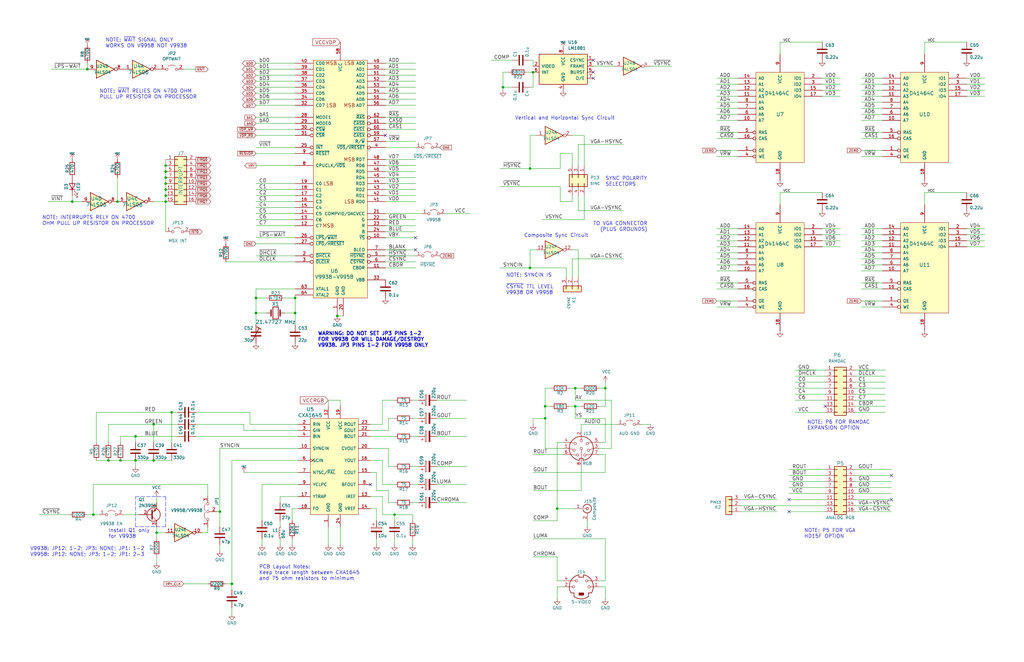
<source format=kicad_sch>
(kicad_sch (version 20211123) (generator eeschema)
  (paper "B")
  (junction (at 69.85 77.47))
  (junction (at 92.71 215.9))
  (junction (at 97.79 246.38))
  (junction (at 107.95 125.73))
  (junction (at 242.57 163.83))
  (junction (at 64.77 179.07))
  (junction (at 64.77 194.31))
  (junction (at 166.37 217.17))
  (junction (at 57.15 184.15))
  (junction (at 124.46 132.08))
  (junction (at 229.87 171.45))
  (junction (at 212.09 36.83))
  (junction (at 69.85 72.39))
  (junction (at 224.79 30.48))
  (junction (at 69.85 69.85))
  (junction (at 107.95 132.08))
  (junction (at 39.37 217.17))
  (junction (at 69.85 74.93))
  (junction (at 124.46 125.73))
  (junction (at 69.85 82.55))
  (junction (at 45.72 194.31))
  (junction (at 255.27 163.83))
  (junction (at 30.48 85.09))
  (junction (at 234.95 214.63))
  (junction (at 69.85 80.01))
  (junction (at 49.53 85.09))
  (junction (at 229.87 176.53))
  (junction (at 142.24 133.35))
  (junction (at 36.83 29.21))
  (junction (at 66.04 224.79))
  (junction (at 50.8 194.31))
  (junction (at 242.57 171.45))
  (junction (at 72.39 173.99))
  (junction (at 223.52 71.12))
  (junction (at 69.85 85.09))
  (junction (at 57.15 194.31))
  (junction (at 223.52 113.03))
  (no_connect (at 175.26 105.41))
  (no_connect (at 347.98 171.45))
  (no_connect (at 250.19 30.48))
  (no_connect (at 375.92 200.66))
  (no_connect (at 250.19 33.02))
  (no_connect (at 162.56 57.15))
  (no_connect (at 332.74 210.82))
  (no_connect (at 375.92 210.82))
  (no_connect (at 156.21 204.47))
  (no_connect (at 250.19 25.4))
  (no_connect (at 332.74 215.9))
  (no_connect (at 175.26 100.33))
  (wire (pts (xy 69.85 72.39) (xy 69.85 69.85)))
  (wire (pts (xy 72.39 173.99) (xy 74.93 173.99)))
  (wire (pts (xy 64.77 194.31) (xy 72.39 194.31)))
  (wire (pts (xy 257.81 168.91) (xy 242.57 168.91)))
  (wire (pts (xy 107.95 85.09) (xy 124.46 85.09)))
  (wire (pts (xy 143.51 222.25) (xy 143.51 229.87)))
  (wire (pts (xy 407.67 17.78) (xy 389.89 17.78)))
  (wire (pts (xy 156.21 181.61) (xy 163.83 181.61)))
  (wire (pts (xy 110.49 204.47) (xy 110.49 219.71)))
  (wire (pts (xy 40.64 194.31) (xy 45.72 194.31)))
  (wire (pts (xy 274.32 27.94) (xy 283.21 27.94)))
  (wire (pts (xy 97.79 256.54) (xy 97.79 259.08)))
  (wire (pts (xy 302.26 111.76) (xy 311.15 111.76)))
  (wire (pts (xy 332.74 205.74) (xy 347.98 205.74)))
  (wire (pts (xy 107.95 39.37) (xy 124.46 39.37)))
  (wire (pts (xy 255.27 247.65) (xy 255.27 252.73)))
  (wire (pts (xy 252.73 163.83) (xy 255.27 163.83)))
  (wire (pts (xy 363.22 40.64) (xy 372.11 40.64)))
  (wire (pts (xy 118.11 219.71) (xy 118.11 222.25)))
  (wire (pts (xy 123.19 227.33) (xy 123.19 229.87)))
  (wire (pts (xy 302.26 104.14) (xy 311.15 104.14)))
  (wire (pts (xy 124.46 62.23) (xy 107.95 62.23)))
  (polyline (pts (xy 57.15 222.25) (xy 57.15 209.55)))
  (wire (pts (xy 312.42 210.82) (xy 327.66 210.82)))
  (wire (pts (xy 173.99 217.17) (xy 173.99 219.71)))
  (wire (pts (xy 232.41 171.45) (xy 229.87 171.45)))
  (wire (pts (xy 237.49 247.65) (xy 234.95 247.65)))
  (wire (pts (xy 16.51 217.17) (xy 29.21 217.17)))
  (wire (pts (xy 69.85 74.93) (xy 69.85 72.39)))
  (wire (pts (xy 162.56 72.39) (xy 175.26 72.39)))
  (wire (pts (xy 302.26 99.06) (xy 311.15 99.06)))
  (wire (pts (xy 40.64 173.99) (xy 72.39 173.99)))
  (wire (pts (xy 242.57 171.45) (xy 242.57 176.53)))
  (wire (pts (xy 226.06 57.15) (xy 223.52 57.15)))
  (wire (pts (xy 166.37 217.17) (xy 166.37 219.71)))
  (wire (pts (xy 234.95 247.65) (xy 234.95 252.73)))
  (wire (pts (xy 229.87 176.53) (xy 224.79 176.53)))
  (wire (pts (xy 302.26 109.22) (xy 311.15 109.22)))
  (wire (pts (xy 36.83 29.21) (xy 21.59 29.21)))
  (wire (pts (xy 223.52 36.83) (xy 224.79 36.83)))
  (wire (pts (xy 97.79 194.31) (xy 97.79 246.38)))
  (wire (pts (xy 173.99 184.15) (xy 176.53 184.15)))
  (wire (pts (xy 252.73 245.11) (xy 255.27 245.11)))
  (wire (pts (xy 210.82 113.03) (xy 223.52 113.03)))
  (wire (pts (xy 92.71 229.87) (xy 92.71 232.41)))
  (wire (pts (xy 91.44 215.9) (xy 92.71 215.9)))
  (wire (pts (xy 407.67 33.02) (xy 415.29 33.02)))
  (wire (pts (xy 389.89 17.78) (xy 389.89 22.86)))
  (wire (pts (xy 252.73 247.65) (xy 255.27 247.65)))
  (wire (pts (xy 360.68 213.36) (xy 375.92 213.36)))
  (wire (pts (xy 346.71 101.6) (xy 354.33 101.6)))
  (wire (pts (xy 107.95 80.01) (xy 124.46 80.01)))
  (wire (pts (xy 302.26 66.04) (xy 311.15 66.04)))
  (wire (pts (xy 161.29 179.07) (xy 156.21 179.07)))
  (wire (pts (xy 302.26 38.1) (xy 311.15 38.1)))
  (wire (pts (xy 92.71 189.23) (xy 125.73 189.23)))
  (wire (pts (xy 77.47 29.21) (xy 82.55 29.21)))
  (wire (pts (xy 162.56 67.31) (xy 175.26 67.31)))
  (wire (pts (xy 223.52 71.12) (xy 236.22 71.12)))
  (wire (pts (xy 241.3 109.22) (xy 241.3 116.84)))
  (wire (pts (xy 52.07 217.17) (xy 58.42 217.17)))
  (wire (pts (xy 228.6 92.71) (xy 246.38 92.71)))
  (wire (pts (xy 245.11 196.85) (xy 245.11 207.01)))
  (wire (pts (xy 252.73 171.45) (xy 255.27 171.45)))
  (wire (pts (xy 124.46 49.53) (xy 107.95 49.53)))
  (wire (pts (xy 125.73 214.63) (xy 123.19 214.63)))
  (wire (pts (xy 240.03 171.45) (xy 242.57 171.45)))
  (wire (pts (xy 407.67 35.56) (xy 415.29 35.56)))
  (wire (pts (xy 302.26 50.8) (xy 311.15 50.8)))
  (wire (pts (xy 328.93 17.78) (xy 328.93 22.86)))
  (wire (pts (xy 175.26 107.95) (xy 162.56 107.95)))
  (wire (pts (xy 105.41 173.99) (xy 82.55 173.99)))
  (wire (pts (xy 36.83 29.21) (xy 36.83 26.67)))
  (wire (pts (xy 241.3 64.77) (xy 241.3 69.85)))
  (wire (pts (xy 173.99 212.09) (xy 176.53 212.09)))
  (wire (pts (xy 66.04 224.79) (xy 69.85 224.79)))
  (wire (pts (xy 162.56 44.45) (xy 175.26 44.45)))
  (wire (pts (xy 69.85 85.09) (xy 69.85 97.79)))
  (wire (pts (xy 118.11 209.55) (xy 118.11 212.09)))
  (wire (pts (xy 107.95 102.87) (xy 124.46 102.87)))
  (wire (pts (xy 156.21 189.23) (xy 163.83 189.23)))
  (wire (pts (xy 39.37 217.17) (xy 39.37 204.47)))
  (wire (pts (xy 69.85 77.47) (xy 69.85 74.93)))
  (wire (pts (xy 66.04 234.95) (xy 66.04 237.49)))
  (wire (pts (xy 242.57 168.91) (xy 242.57 163.83)))
  (wire (pts (xy 162.56 29.21) (xy 175.26 29.21)))
  (wire (pts (xy 85.09 224.79) (xy 87.63 224.79)))
  (wire (pts (xy 64.77 179.07) (xy 74.93 179.07)))
  (wire (pts (xy 360.68 205.74) (xy 375.92 205.74)))
  (wire (pts (xy 161.29 194.31) (xy 161.29 204.47)))
  (wire (pts (xy 72.39 173.99) (xy 72.39 186.69)))
  (wire (pts (xy 107.95 121.92) (xy 124.46 121.92)))
  (wire (pts (xy 360.68 200.66) (xy 375.92 200.66)))
  (wire (pts (xy 335.28 158.75) (xy 347.98 158.75)))
  (wire (pts (xy 335.28 166.37) (xy 347.98 166.37)))
  (wire (pts (xy 118.11 227.33) (xy 118.11 229.87)))
  (wire (pts (xy 224.79 27.94) (xy 224.79 25.4)))
  (wire (pts (xy 252.73 186.69) (xy 255.27 186.69)))
  (wire (pts (xy 346.71 96.52) (xy 354.33 96.52)))
  (wire (pts (xy 407.67 40.64) (xy 415.29 40.64)))
  (wire (pts (xy 360.68 215.9) (xy 375.92 215.9)))
  (wire (pts (xy 363.22 48.26) (xy 372.11 48.26)))
  (wire (pts (xy 107.95 132.08) (xy 107.95 137.16)))
  (wire (pts (xy 162.56 105.41) (xy 175.26 105.41)))
  (wire (pts (xy 162.56 74.93) (xy 175.26 74.93)))
  (wire (pts (xy 69.85 80.01) (xy 69.85 77.47)))
  (wire (pts (xy 232.41 163.83) (xy 229.87 163.83)))
  (wire (pts (xy 246.38 57.15) (xy 241.3 57.15)))
  (wire (pts (xy 234.95 219.71) (xy 224.79 219.71)))
  (wire (pts (xy 243.84 82.55) (xy 243.84 88.9)))
  (wire (pts (xy 238.76 113.03) (xy 238.76 116.84)))
  (wire (pts (xy 158.75 227.33) (xy 158.75 229.87)))
  (wire (pts (xy 234.95 214.63) (xy 242.57 214.63)))
  (wire (pts (xy 302.26 35.56) (xy 311.15 35.56)))
  (polyline (pts (xy 69.85 222.25) (xy 57.15 222.25)))
  (wire (pts (xy 163.83 181.61) (xy 163.83 176.53)))
  (wire (pts (xy 162.56 41.91) (xy 175.26 41.91)))
  (wire (pts (xy 243.84 105.41) (xy 241.3 105.41)))
  (wire (pts (xy 224.79 227.33) (xy 255.27 227.33)))
  (wire (pts (xy 156.21 194.31) (xy 161.29 194.31)))
  (wire (pts (xy 332.74 215.9) (xy 347.98 215.9)))
  (wire (pts (xy 363.22 99.06) (xy 372.11 99.06)))
  (wire (pts (xy 162.56 62.23) (xy 175.26 62.23)))
  (wire (pts (xy 162.56 85.09) (xy 175.26 85.09)))
  (wire (pts (xy 105.41 179.07) (xy 105.41 173.99)))
  (wire (pts (xy 173.99 176.53) (xy 176.53 176.53)))
  (wire (pts (xy 107.95 34.29) (xy 124.46 34.29)))
  (wire (pts (xy 234.95 214.63) (xy 234.95 219.71)))
  (wire (pts (xy 162.56 69.85) (xy 175.26 69.85)))
  (wire (pts (xy 255.27 191.77) (xy 255.27 199.39)))
  (wire (pts (xy 162.56 90.17) (xy 177.8 90.17)))
  (wire (pts (xy 162.56 82.55) (xy 175.26 82.55)))
  (wire (pts (xy 163.83 176.53) (xy 166.37 176.53)))
  (wire (pts (xy 97.79 194.31) (xy 125.73 194.31)))
  (wire (pts (xy 143.51 168.91) (xy 138.43 168.91)))
  (wire (pts (xy 360.68 156.21) (xy 373.38 156.21)))
  (wire (pts (xy 156.21 199.39) (xy 158.75 199.39)))
  (wire (pts (xy 236.22 85.09) (xy 241.3 85.09)))
  (wire (pts (xy 360.68 168.91) (xy 373.38 168.91)))
  (wire (pts (xy 335.28 161.29) (xy 347.98 161.29)))
  (wire (pts (xy 302.26 43.18) (xy 311.15 43.18)))
  (wire (pts (xy 302.26 96.52) (xy 311.15 96.52)))
  (wire (pts (xy 242.57 163.83) (xy 240.03 163.83)))
  (wire (pts (xy 124.46 69.85) (xy 107.95 69.85)))
  (wire (pts (xy 237.49 186.69) (xy 234.95 186.69)))
  (wire (pts (xy 184.15 212.09) (xy 196.85 212.09)))
  (wire (pts (xy 163.83 207.01) (xy 163.83 212.09)))
  (wire (pts (xy 156.21 184.15) (xy 166.37 184.15)))
  (wire (pts (xy 223.52 57.15) (xy 223.52 71.12)))
  (wire (pts (xy 102.87 199.39) (xy 125.73 199.39)))
  (wire (pts (xy 173.99 168.91) (xy 176.53 168.91)))
  (wire (pts (xy 223.52 25.4) (xy 224.79 25.4)))
  (wire (pts (xy 66.04 209.55) (xy 66.04 212.09)))
  (wire (pts (xy 241.3 64.77) (xy 236.22 64.77)))
  (wire (pts (xy 175.26 54.61) (xy 162.56 54.61)))
  (wire (pts (xy 162.56 31.75) (xy 175.26 31.75)))
  (wire (pts (xy 95.25 110.49) (xy 124.46 110.49)))
  (wire (pts (xy 363.22 129.54) (xy 372.11 129.54)))
  (wire (pts (xy 372.11 121.92) (xy 363.22 121.92)))
  (wire (pts (xy 57.15 184.15) (xy 74.93 184.15)))
  (wire (pts (xy 229.87 189.23) (xy 229.87 176.53)))
  (wire (pts (xy 407.67 96.52) (xy 415.29 96.52)))
  (wire (pts (xy 30.48 85.09) (xy 34.29 85.09)))
  (wire (pts (xy 156.21 209.55) (xy 161.29 209.55)))
  (wire (pts (xy 229.87 163.83) (xy 229.87 171.45)))
  (wire (pts (xy 162.56 97.79) (xy 175.26 97.79)))
  (wire (pts (xy 163.83 196.85) (xy 166.37 196.85)))
  (wire (pts (xy 335.28 163.83) (xy 347.98 163.83)))
  (wire (pts (xy 175.26 52.07) (xy 162.56 52.07)))
  (wire (pts (xy 57.15 194.31) (xy 64.77 194.31)))
  (wire (pts (xy 124.46 132.08) (xy 124.46 137.16)))
  (wire (pts (xy 407.67 104.14) (xy 415.29 104.14)))
  (wire (pts (xy 332.74 208.28) (xy 347.98 208.28)))
  (wire (pts (xy 107.95 125.73) (xy 112.395 125.73)))
  (wire (pts (xy 222.25 30.48) (xy 224.79 30.48)))
  (wire (pts (xy 226.06 105.41) (xy 223.52 105.41)))
  (wire (pts (xy 92.71 189.23) (xy 92.71 215.9)))
  (wire (pts (xy 243.84 105.41) (xy 243.84 116.84)))
  (wire (pts (xy 212.09 36.83) (xy 212.09 38.1)))
  (wire (pts (xy 302.26 45.72) (xy 311.15 45.72)))
  (wire (pts (xy 223.52 105.41) (xy 223.52 113.03)))
  (wire (pts (xy 407.67 99.06) (xy 415.29 99.06)))
  (wire (pts (xy 302.26 63.5) (xy 311.15 63.5)))
  (wire (pts (xy 57.15 184.15) (xy 57.15 186.69)))
  (wire (pts (xy 107.95 107.95) (xy 124.46 107.95)))
  (wire (pts (xy 363.22 114.3) (xy 372.11 114.3)))
  (wire (pts (xy 252.73 191.77) (xy 255.27 191.77)))
  (wire (pts (xy 259.08 27.94) (xy 250.19 27.94)))
  (wire (pts (xy 162.56 80.01) (xy 175.26 80.01)))
  (wire (pts (xy 247.65 219.71) (xy 247.65 222.25)))
  (wire (pts (xy 107.95 87.63) (xy 124.46 87.63)))
  (wire (pts (xy 50.8 194.31) (xy 57.15 194.31)))
  (wire (pts (xy 407.67 81.28) (xy 389.89 81.28)))
  (wire (pts (xy 212.09 30.48) (xy 214.63 30.48)))
  (wire (pts (xy 30.48 82.55) (xy 30.48 85.09)))
  (wire (pts (xy 407.67 38.1) (xy 415.29 38.1)))
  (wire (pts (xy 363.22 50.8) (xy 372.11 50.8)))
  (wire (pts (xy 120.015 132.08) (xy 124.46 132.08)))
  (wire (pts (xy 360.68 163.83) (xy 373.38 163.83)))
  (wire (pts (xy 166.37 227.33) (xy 166.37 229.87)))
  (wire (pts (xy 158.75 199.39) (xy 158.75 207.01)))
  (wire (pts (xy 372.11 55.88) (xy 363.22 55.88)))
  (wire (pts (xy 158.75 214.63) (xy 158.75 219.71)))
  (wire (pts (xy 363.22 63.5) (xy 372.11 63.5)))
  (wire (pts (xy 82.55 184.15) (xy 125.73 184.15)))
  (wire (pts (xy 107.95 77.47) (xy 124.46 77.47)))
  (wire (pts (xy 210.82 78.74) (xy 236.22 78.74)))
  (wire (pts (xy 346.71 33.02) (xy 354.33 33.02)))
  (wire (pts (xy 236.22 64.77) (xy 236.22 71.12)))
  (wire (pts (xy 335.28 168.91) (xy 347.98 168.91)))
  (wire (pts (xy 389.89 81.28) (xy 389.89 86.36)))
  (wire (pts (xy 346.71 17.78) (xy 328.93 17.78)))
  (wire (pts (xy 120.015 125.73) (xy 124.46 125.73)))
  (wire (pts (xy 64.77 179.07) (xy 64.77 186.69)))
  (wire (pts (xy 64.77 85.09) (xy 69.85 85.09)))
  (wire (pts (xy 162.56 39.37) (xy 175.26 39.37)))
  (wire (pts (xy 245.11 179.07) (xy 245.11 181.61)))
  (wire (pts (xy 92.71 215.9) (xy 92.71 222.25)))
  (wire (pts (xy 57.15 194.31) (xy 57.15 196.85)))
  (wire (pts (xy 302.26 101.6) (xy 311.15 101.6)))
  (wire (pts (xy 45.72 194.31) (xy 50.8 194.31)))
  (wire (pts (xy 302.26 33.02) (xy 311.15 33.02)))
  (wire (pts (xy 162.56 113.03) (xy 175.26 113.03)))
  (wire (pts (xy 241.3 82.55) (xy 241.3 85.09)))
  (wire (pts (xy 257.81 189.23) (xy 257.81 168.91)))
  (wire (pts (xy 243.84 60.96) (xy 243.84 69.85)))
  (wire (pts (xy 162.56 100.33) (xy 175.26 100.33)))
  (wire (pts (xy 45.72 186.69) (xy 45.72 179.07)))
  (polyline (pts (xy 57.15 209.55) (xy 69.85 209.55)))
  (wire (pts (xy 196.85 184.15) (xy 184.15 184.15)))
  (wire (pts (xy 223.52 113.03) (xy 238.76 113.03)))
  (wire (pts (xy 87.63 224.79) (xy 87.63 222.25)))
  (wire (pts (xy 50.8 186.69) (xy 50.8 184.15)))
  (wire (pts (xy 360.68 158.75) (xy 373.38 158.75)))
  (wire (pts (xy 311.15 121.92) (xy 302.26 121.92)))
  (wire (pts (xy 39.37 204.47) (xy 87.63 204.47)))
  (wire (pts (xy 255.27 163.83) (xy 255.27 171.45)))
  (wire (pts (xy 175.26 110.49) (xy 162.56 110.49)))
  (wire (pts (xy 360.68 171.45) (xy 373.38 171.45)))
  (wire (pts (xy 407.67 101.6) (xy 415.29 101.6)))
  (wire (pts (xy 346.71 38.1) (xy 354.33 38.1)))
  (wire (pts (xy 332.74 198.12) (xy 347.98 198.12)))
  (wire (pts (xy 20.32 85.09) (xy 30.48 85.09)))
  (wire (pts (xy 346.71 104.14) (xy 354.33 104.14)))
  (wire (pts (xy 66.04 222.25) (xy 66.04 224.79)))
  (wire (pts (xy 166.37 217.17) (xy 173.99 217.17)))
  (wire (pts (xy 245.11 207.01) (xy 224.79 207.01)))
  (wire (pts (xy 107.95 125.73) (xy 107.95 132.08)))
  (wire (pts (xy 332.74 200.66) (xy 347.98 200.66)))
  (wire (pts (xy 161.29 217.17) (xy 166.37 217.17)))
  (wire (pts (xy 107.95 132.08) (xy 112.395 132.08)))
  (wire (pts (xy 102.87 181.61) (xy 102.87 179.07)))
  (wire (pts (xy 97.79 246.38) (xy 97.79 248.92)))
  (wire (pts (xy 107.95 64.77) (xy 124.46 64.77)))
  (wire (pts (xy 107.95 29.21) (xy 124.46 29.21)))
  (wire (pts (xy 363.22 104.14) (xy 372.11 104.14)))
  (wire (pts (xy 224.79 176.53) (xy 224.79 179.07)))
  (wire (pts (xy 156.21 214.63) (xy 158.75 214.63)))
  (wire (pts (xy 166.37 168.91) (xy 161.29 168.91)))
  (wire (pts (xy 302.26 129.54) (xy 311.15 129.54)))
  (wire (pts (xy 363.22 45.72) (xy 372.11 45.72)))
  (wire (pts (xy 242.57 163.83) (xy 245.11 163.83)))
  (wire (pts (xy 234.95 186.69) (xy 234.95 214.63)))
  (wire (pts (xy 161.29 168.91) (xy 161.29 179.07)))
  (wire (pts (xy 360.68 208.28) (xy 375.92 208.28)))
  (wire (pts (xy 107.95 90.17) (xy 124.46 90.17)))
  (wire (pts (xy 210.82 71.12) (xy 223.52 71.12)))
  (wire (pts (xy 138.43 222.25) (xy 138.43 229.87)))
  (wire (pts (xy 162.56 34.29) (xy 175.26 34.29)))
  (wire (pts (xy 143.51 171.45) (xy 143.51 168.91)))
  (wire (pts (xy 372.11 58.42) (xy 363.22 58.42)))
  (wire (pts (xy 196.85 196.85) (xy 184.15 196.85)))
  (wire (pts (xy 207.01 25.4) (xy 215.9 25.4)))
  (wire (pts (xy 125.73 209.55) (xy 118.11 209.55)))
  (wire (pts (xy 242.57 171.45) (xy 245.11 171.45)))
  (wire (pts (xy 245.11 179.07) (xy 260.35 179.07)))
  (wire (pts (xy 107.95 82.55) (xy 124.46 82.55)))
  (wire (pts (xy 158.75 207.01) (xy 163.83 207.01)))
  (wire (pts (xy 372.11 119.38) (xy 363.22 119.38)))
  (wire (pts (xy 107.95 36.83) (xy 124.46 36.83)))
  (wire (pts (xy 246.38 82.55) (xy 246.38 92.71)))
  (wire (pts (xy 363.22 111.76) (xy 372.11 111.76)))
  (wire (pts (xy 107.95 121.92) (xy 107.95 125.73)))
  (wire (pts (xy 328.93 81.28) (xy 328.93 86.36)))
  (wire (pts (xy 241.3 109.22) (xy 262.89 109.22)))
  (wire (pts (xy 363.22 109.22) (xy 372.11 109.22)))
  (wire (pts (xy 229.87 171.45) (xy 229.87 176.53)))
  (wire (pts (xy 138.43 168.91) (xy 138.43 171.45)))
  (wire (pts (xy 161.29 204.47) (xy 166.37 204.47)))
  (wire (pts (xy 69.85 69.85) (xy 69.85 67.31)))
  (wire (pts (xy 224.79 234.95) (xy 234.95 234.95)))
  (wire (pts (xy 363.22 127) (xy 372.11 127)))
  (wire (pts (xy 125.73 204.47) (xy 110.49 204.47)))
  (wire (pts (xy 162.56 36.83) (xy 175.26 36.83)))
  (wire (pts (xy 162.56 92.71) (xy 175.26 92.71)))
  (wire (pts (xy 360.68 198.12) (xy 375.92 198.12)))
  (wire (pts (xy 234.95 245.11) (xy 237.49 245.11)))
  (wire (pts (xy 312.42 215.9) (xy 327.66 215.9)))
  (wire (pts (xy 363.22 43.18) (xy 372.11 43.18)))
  (wire (pts (xy 87.63 204.47) (xy 87.63 209.55)))
  (wire (pts (xy 311.15 55.88) (xy 302.26 55.88)))
  (wire (pts (xy 255.27 176.53) (xy 255.27 186.69)))
  (wire (pts (xy 49.53 74.93) (xy 49.53 85.09)))
  (wire (pts (xy 163.83 189.23) (xy 163.83 196.85)))
  (wire (pts (xy 50.8 184.15) (xy 57.15 184.15)))
  (wire (pts (xy 162.56 26.67) (xy 175.26 26.67)))
  (wire (pts (xy 161.29 209.55) (xy 161.29 217.17)))
  (wire (pts (xy 270.51 179.07) (xy 274.32 179.07)))
  (wire (pts (xy 110.49 227.33) (xy 110.49 229.87)))
  (wire (pts (xy 107.95 26.67) (xy 124.46 26.67)))
  (wire (pts (xy 163.83 212.09) (xy 166.37 212.09)))
  (wire (pts (xy 142.24 133.35) (xy 144.78 133.35)))
  (wire (pts (xy 363.22 38.1) (xy 372.11 38.1)))
  (wire (pts (xy 107.95 95.25) (xy 124.46 95.25)))
  (wire (pts (xy 107.95 52.07) (xy 124.46 52.07)))
  (polyline (pts (xy 69.85 209.55) (xy 69.85 222.25)))
  (wire (pts (xy 224.79 30.48) (xy 224.79 36.83)))
  (wire (pts (xy 173.99 204.47) (xy 176.53 204.47)))
  (wire (pts (xy 363.22 96.52) (xy 372.11 96.52)))
  (wire (pts (xy 311.15 58.42) (xy 302.26 58.42)))
  (wire (pts (xy 360.68 203.2) (xy 375.92 203.2)))
  (wire (pts (xy 237.49 189.23) (xy 229.87 189.23)))
  (wire (pts (xy 243.84 88.9) (xy 262.89 88.9)))
  (wire (pts (xy 346.71 40.64) (xy 354.33 40.64)))
  (wire (pts (xy 40.64 186.69) (xy 40.64 173.99)))
  (wire (pts (xy 224.79 199.39) (xy 255.27 199.39)))
  (wire (pts (xy 302.26 127) (xy 311.15 127)))
  (wire (pts (xy 187.96 90.17) (xy 198.12 90.17)))
  (wire (pts (xy 162.56 59.69) (xy 175.26 59.69)))
  (wire (pts (xy 125.73 181.61) (xy 102.87 181.61)))
  (wire (pts (xy 360.68 161.29) (xy 373.38 161.29)))
  (wire (pts (xy 246.38 57.15) (xy 246.38 69.85)))
  (wire (pts (xy 363.22 35.56) (xy 372.11 35.56)))
  (wire (pts (xy 124.46 125.73) (xy 124.46 132.08)))
  (wire (pts (xy 36.83 217.17) (xy 39.37 217.17)))
  (wire (pts (xy 184.15 204.47) (xy 196.85 204.47)))
  (wire (pts (xy 346.71 81.28) (xy 328.93 81.28)))
  (wire (pts (xy 332.74 210.82) (xy 347.98 210.82)))
  (wire (pts (xy 39.37 217.17) (xy 41.91 217.17)))
  (wire (pts (xy 69.85 85.09) (xy 69.85 82.55)))
  (wire (pts (xy 363.22 33.02) (xy 372.11 33.02)))
  (wire (pts (xy 124.46 124.46) (xy 124.46 125.73)))
  (wire (pts (xy 302.26 106.68) (xy 311.15 106.68)))
  (wire (pts (xy 107.95 44.45) (xy 124.46 44.45)))
  (wire (pts (xy 363.22 66.04) (xy 372.11 66.04)))
  (wire (pts (xy 107.95 92.71) (xy 124.46 92.71)))
  (wire (pts (xy 173.99 227.33) (xy 173.99 229.87)))
  (wire (pts (xy 346.71 35.56) (xy 354.33 35.56)))
  (wire (pts (xy 332.74 203.2) (xy 347.98 203.2)))
  (wire (pts (xy 212.09 36.83) (xy 215.9 36.83)))
  (wire (pts (xy 107.95 100.33) (xy 124.46 100.33)))
  (wire (pts (xy 236.22 78.74) (xy 236.22 85.09)))
  (wire (pts (xy 107.95 54.61) (xy 124.46 54.61)))
  (wire (pts (xy 363.22 106.68) (xy 372.11 106.68)))
  (wire (pts (xy 77.47 246.38) (xy 87.63 246.38)))
  (wire (pts (xy 302.26 114.3) (xy 311.15 114.3)))
  (wire (pts (xy 66.04 224.79) (xy 66.04 227.33)))
  (wire (pts (xy 255.27 161.29) (xy 255.27 163.83)))
  (wire (pts (xy 162.56 77.47) (xy 175.26 77.47)))
  (wire (pts (xy 184.15 168.91) (xy 196.85 168.91)))
  (wire (pts (xy 173.99 196.85) (xy 176.53 196.85)))
  (wire (pts (xy 107.95 31.75) (xy 124.46 31.75)))
  (wire (pts (xy 45.72 179.07) (xy 64.77 179.07)))
  (wire (pts (xy 97.79 246.38) (xy 95.25 246.38)))
  (wire (pts (xy 243.84 60.96) (xy 262.89 60.96)))
  (wire (pts (xy 107.95 41.91) (xy 124.46 41.91)))
  (wire (pts (xy 107.95 57.15) (xy 124.46 57.15)))
  (wire (pts (xy 302.26 40.64) (xy 311.15 40.64)))
  (wire (pts (xy 102.87 179.07) (xy 82.55 179.07)))
  (wire (pts (xy 360.68 173.99) (xy 373.38 173.99)))
  (wire (pts (xy 162.56 95.25) (xy 175.26 95.25)))
  (wire (pts (xy 360.68 166.37) (xy 373.38 166.37)))
  (wire (pts (xy 234.95 234.95) (xy 234.95 245.11)))
  (wire (pts (xy 255.27 245.11) (xy 255.27 227.33)))
  (wire (pts (xy 335.28 173.99) (xy 347.98 173.99)))
  (wire (pts (xy 242.57 176.53) (xy 255.27 176.53)))
  (wire (pts (xy 302.26 48.26) (xy 311.15 48.26)))
  (wire (pts (xy 335.28 156.21) (xy 347.98 156.21)))
  (wire (pts (xy 312.42 213.36) (xy 347.98 213.36)))
  (wire (pts (xy 123.19 214.63) (xy 123.19 219.71)))
  (wire (pts (xy 311.15 119.38) (xy 302.26 119.38)))
  (wire (pts (xy 175.26 49.53) (xy 162.56 49.53)))
  (wire (pts (xy 69.85 82.55) (xy 69.85 80.01)))
  (wire (pts (xy 212.09 30.48) (xy 212.09 36.83)))
  (wire (pts (xy 363.22 101.6) (xy 372.11 101.6)))
  (wire (pts (xy 360.68 210.82) (xy 375.92 210.82)))
  (wire (pts (xy 252.73 189.23) (xy 257.81 189.23)))
  (wire (pts (xy 184.15 176.53) (xy 196.85 176.53)))
  (wire (pts (xy 125.73 179.07) (xy 105.41 179.07)))
  (wire (pts (xy 224.79 191.77) (xy 237.49 191.77)))
  (wire (pts (xy 346.71 99.06) (xy 354.33 99.06)))
  (text "PCB Layout Notes:\nKeep trace length between CXA1645\nand 75 ohm resistors to minimum" (at 109.22 245.11 0) (effects (font (size 1.524 1.524)) (justify left bottom)))
  (text "NOTE: INTERRUPTS RELY ON 4700 \nOHM PULL UP RESISTOR ON PROCESSOR" (at 17.78 95.25 0) (effects (font (size 1.524 1.524)) (justify left bottom)))
  (text "Composite Sync Circuit" (at 220.98 100.33 0) (effects (font (size 1.524 1.524)) (justify left bottom)))
  (text "V9938: JP12: 1-2; JP3: NONE; JP1: 1-2\nV9958: JP12: NONE; JP3: 1-2; JP1: 2-3" (at 12.7 234.95 0) (effects (font (size 1.524 1.524)) (justify left bottom)))
  (text "WARNING: DO NOT SET JP3 PINS 1-2\nFOR V9938 OR WILL DAMAGE/DESTROY\nV9938. JP3 PINS 1-2 FOR V9958 ONLY" (at 133.985 146.685 0) (effects (font (size 1.524 1.524) (thickness 0.3048) bold) (justify left bottom)))
  (text "NOTE: ~{WAIT} SIGNAL ONLY \nWORKS ON V9958 NOT V9938" (at 44.45 20.32 0) (effects (font (size 1.524 1.524)) (justify left bottom)))
  (text "NOTE: ~{WAIT} RELIES ON 4700 OHM \nPULL UP RESISTOR ON PROCESSOR" (at 41.91 41.91 0) (effects (font (size 1.524 1.524)) (justify left bottom)))
  (text "TO VGA CONNECTOR\n(PLUS GROUNDS)" (at 273.05 97.79 180) (effects (font (size 1.524 1.524)) (justify right bottom)))
  (text "Vertical and Horizontal Sync Circuit" (at 217.17 50.8 0) (effects (font (size 1.524 1.524)) (justify left bottom)))
  (text "NOTE: P5 FOR VGA \nHD15F OPTION" (at 339.09 227.33 0) (effects (font (size 1.524 1.524)) (justify left bottom)))
  (text "Install Q1 only\nfor V9938" (at 45.72 227.33 0) (effects (font (size 1.524 1.524)) (justify left bottom)))
  (text "NOTE: P6 FOR RAMDAC \nEXPANSION OPTION" (at 340.36 181.61 0) (effects (font (size 1.524 1.524)) (justify left bottom)))
  (text "SYNC POLARITY\nSELECTORS" (at 255.27 78.74 0) (effects (font (size 1.524 1.524)) (justify left bottom)))
  (text "NOTE: SYNCIN IS\n\n~{CSYNC} TTL LEVEL\nV9938 OR V9958" (at 213.36 124.46 0) (effects (font (size 1.524 1.524)) (justify left bottom)))
  (label "VCC" (at 361.95 156.21 0) (effects (font (size 1.524 1.524))))
  (label "VD5" (at 408.94 99.06 0) (effects (font (size 1.524 1.524))))
  (label "AD0" (at 303.53 33.02 0) (effects (font (size 1.524 1.524))))
  (label "VCC" (at 330.2 81.28 0) (effects (font (size 1.016 1.016))))
  (label "VD0" (at 163.83 85.09 0) (effects (font (size 1.524 1.524))))
  (label "VCC" (at 391.16 17.78 0) (effects (font (size 1.016 1.016))))
  (label "AV" (at 242.57 168.91 0) (effects (font (size 1.524 1.524))))
  (label "BOUT" (at 184.15 184.15 0) (effects (font (size 1.524 1.524))))
  (label "AD0" (at 163.83 26.67 0) (effects (font (size 1.524 1.524))))
  (label "VD7" (at 347.98 104.14 0) (effects (font (size 1.524 1.524))))
  (label "C2" (at 109.22 82.55 0) (effects (font (size 1.524 1.524))))
  (label "VD1" (at 408.94 35.56 0) (effects (font (size 1.524 1.524))))
  (label "ROUT" (at 224.79 191.77 0) (effects (font (size 1.524 1.524))))
  (label "~{VRW}" (at 303.53 129.54 0) (effects (font (size 1.524 1.524))))
  (label "GND" (at 361.95 205.74 0) (effects (font (size 1.524 1.524))))
  (label "YS" (at 242.57 176.53 0) (effects (font (size 1.524 1.524))))
  (label "VBY" (at 163.83 100.33 0) (effects (font (size 1.524 1.524))))
  (label "COMP" (at 208.28 25.4 0) (effects (font (size 1.524 1.524))))
  (label "~{CAS0}" (at 303.53 58.42 0) (effects (font (size 1.524 1.524))))
  (label "~{VSYNC}" (at 275.59 27.94 0) (effects (font (size 1.524 1.524))))
  (label "~{CAS0}" (at 303.53 121.92 0) (effects (font (size 1.524 1.524))))
  (label "VCC" (at 391.16 81.28 0) (effects (font (size 1.016 1.016))))
  (label "AD2" (at 364.49 101.6 0) (effects (font (size 1.524 1.524))))
  (label "VD2" (at 163.83 80.01 0) (effects (font (size 1.524 1.524))))
  (label "VD6" (at 347.98 101.6 0) (effects (font (size 1.524 1.524))))
  (label "~{VINT}" (at 21.59 85.09 0) (effects (font (size 1.524 1.524))))
  (label "~{VRW}" (at 364.49 66.04 0) (effects (font (size 1.524 1.524))))
  (label "AD1" (at 364.49 35.56 0) (effects (font (size 1.524 1.524))))
  (label "AD0" (at 364.49 96.52 0) (effects (font (size 1.524 1.524))))
  (label "AD1" (at 303.53 99.06 0) (effects (font (size 1.524 1.524))))
  (label "AD5" (at 364.49 45.72 0) (effects (font (size 1.524 1.524))))
  (label "COMP" (at 224.79 219.71 0) (effects (font (size 1.524 1.524))))
  (label "~{CAS1}" (at 364.49 121.92 0) (effects (font (size 1.524 1.524))))
  (label "CHROMA" (at 224.79 234.95 0) (effects (font (size 1.524 1.524))))
  (label "AD4" (at 364.49 106.68 0) (effects (font (size 1.524 1.524))))
  (label "AD4" (at 364.49 43.18 0) (effects (font (size 1.524 1.524))))
  (label "~{DLCLK}" (at 361.95 158.75 0) (effects (font (size 1.524 1.524))))
  (label "AD7" (at 303.53 50.8 0) (effects (font (size 1.524 1.524))))
  (label "AD6" (at 364.49 48.26 0) (effects (font (size 1.524 1.524))))
  (label "VD7" (at 163.83 67.31 0) (effects (font (size 1.524 1.524))))
  (label "VD4" (at 163.83 74.93 0) (effects (font (size 1.524 1.524))))
  (label "~{HSYNC}" (at 163.83 107.95 0) (effects (font (size 1.524 1.524))))
  (label "AD4" (at 163.83 36.83 0) (effects (font (size 1.524 1.524))))
  (label "VD3" (at 163.83 77.47 0) (effects (font (size 1.524 1.524))))
  (label "AD5" (at 163.83 39.37 0) (effects (font (size 1.524 1.524))))
  (label "RED" (at 163.83 95.25 0) (effects (font (size 1.524 1.524))))
  (label "VD2" (at 347.98 38.1 0) (effects (font (size 1.524 1.524))))
  (label "RED" (at 60.96 173.99 0) (effects (font (size 1.524 1.524))))
  (label "bD0" (at 109.22 26.67 0) (effects (font (size 1.524 1.524))))
  (label "VD0" (at 347.98 33.02 0) (effects (font (size 1.524 1.524))))
  (label "~{VRW}" (at 163.83 59.69 0) (effects (font (size 1.524 1.524))))
  (label "VD7" (at 408.94 104.14 0) (effects (font (size 1.524 1.524))))
  (label "GOUT" (at 361.95 198.12 0) (effects (font (size 1.524 1.524))))
  (label "COMP" (at 184.15 196.85 0) (effects (font (size 1.524 1.524))))
  (label "VD6" (at 408.94 101.6 0) (effects (font (size 1.524 1.524))))
  (label "GREEN" (at 60.96 179.07 0) (effects (font (size 1.524 1.524))))
  (label "AD2" (at 364.49 38.1 0) (effects (font (size 1.524 1.524))))
  (label "VCC" (at 330.2 17.78 0) (effects (font (size 1.016 1.016))))
  (label "AD1" (at 303.53 35.56 0) (effects (font (size 1.524 1.524))))
  (label "AD5" (at 364.49 109.22 0) (effects (font (size 1.524 1.524))))
  (label "CBDR" (at 361.95 171.45 0) (effects (font (size 1.524 1.524))))
  (label "CHROMA" (at 184.15 212.09 0) (effects (font (size 1.524 1.524))))
  (label "GND" (at 336.55 156.21 0) (effects (font (size 1.524 1.524))))
  (label "C5" (at 361.95 166.37 0) (effects (font (size 1.524 1.524))))
  (label "VCC" (at 336.55 173.99 0) (effects (font (size 1.524 1.524))))
  (label "~{VINT}" (at 109.22 62.23 0) (effects (font (size 1.524 1.524))))
  (label "BLANK" (at 163.83 105.41 0) (effects (font (size 1.524 1.524))))
  (label "~{LPS-WAIT}" (at 22.86 29.21 0) (effects (font (size 1.524 1.524))))
  (label "~{VRW}" (at 364.49 129.54 0) (effects (font (size 1.524 1.524))))
  (label "~{CAS0}" (at 163.83 52.07 0) (effects (font (size 1.524 1.524))))
  (label "AD6" (at 364.49 111.76 0) (effects (font (size 1.524 1.524))))
  (label "VCC" (at 191.77 90.17 0) (effects (font (size 1.524 1.524))))
  (label "AD6" (at 303.53 111.76 0) (effects (font (size 1.524 1.524))))
  (label "AD2" (at 163.83 31.75 0) (effects (font (size 1.524 1.524))))
  (label "AD7" (at 303.53 114.3 0) (effects (font (size 1.524 1.524))))
  (label "bA1" (at 109.22 49.53 0) (effects (font (size 1.524 1.524))))
  (label "bD6" (at 109.22 41.91 0) (effects (font (size 1.524 1.524))))
  (label "BOUT" (at 224.79 207.01 0) (effects (font (size 1.524 1.524))))
  (label "C5" (at 109.22 90.17 0) (effects (font (size 1.524 1.524))))
  (label "BLUE" (at 163.83 97.79 0) (effects (font (size 1.524 1.524))))
  (label "~{CSYNC}" (at 163.83 110.49 0) (effects (font (size 1.524 1.524))))
  (label "VGA-CSYNC" (at 313.69 210.82 0) (effects (font (size 1.524 1.524))))
  (label "VD1" (at 163.83 82.55 0) (effects (font (size 1.524 1.524))))
  (label "VGA-CSYNC" (at 248.92 109.22 0) (effects (font (size 1.524 1.524))))
  (label "GND" (at 361.95 173.99 0) (effects (font (size 1.524 1.524))))
  (label "CBDR" (at 163.83 113.03 0) (effects (font (size 1.524 1.524))))
  (label "~{RAS}" (at 364.49 119.38 0) (effects (font (size 1.524 1.524))))
  (label "AD0" (at 303.53 96.52 0) (effects (font (size 1.524 1.524))))
  (label "bD1" (at 109.22 29.21 0) (effects (font (size 1.524 1.524))))
  (label "~{CAS1}" (at 364.49 58.42 0) (effects (font (size 1.524 1.524))))
  (label "AD3" (at 364.49 40.64 0) (effects (font (size 1.524 1.524))))
  (label "AD0" (at 364.49 33.02 0) (effects (font (size 1.524 1.524))))
  (label "~{VSYNC}" (at 212.09 78.74 0) (effects (font (size 1.524 1.524))))
  (label "bD2" (at 109.22 31.75 0) (effects (font (size 1.524 1.524))))
  (label "~{RAS}" (at 303.53 55.88 0) (effects (font (size 1.524 1.524))))
  (label "VSYNC" (at 229.87 92.71 0) (effects (font (size 1.524 1.524))))
  (label "AD2" (at 303.53 38.1 0) (effects (font (size 1.524 1.524))))
  (label "VD4" (at 347.98 96.52 0) (effects (font (size 1.524 1.524))))
  (label "AD3" (at 364.49 104.14 0) (effects (font (size 1.524 1.524))))
  (label "BLUE" (at 60.96 184.15 0) (effects (font (size 1.524 1.524))))
  (label "VGA-HSYNC" (at 248.92 60.96 0) (effects (font (size 1.524 1.524))))
  (label "C2" (at 336.55 163.83 0) (effects (font (size 1.524 1.524))))
  (label "bD4" (at 109.22 36.83 0) (effects (font (size 1.524 1.524))))
  (label "SYNCIN" (at 92.71 189.23 0) (effects (font (size 1.524 1.524))))
  (label "GREEN" (at 163.83 92.71 0) (effects (font (size 1.524 1.524))))
  (label "GOUT" (at 184.15 176.53 0) (effects (font (size 1.524 1.524))))
  (label "~{VRW}" (at 303.53 66.04 0) (effects (font (size 1.524 1.524))))
  (label "bD5" (at 109.22 39.37 0) (effects (font (size 1.524 1.524))))
  (label "~{CAS1}" (at 163.83 54.61 0) (effects (font (size 1.524 1.524))))
  (label "VD6" (at 163.83 69.85 0) (effects (font (size 1.524 1.524))))
  (label "C6" (at 109.22 92.71 0) (effects (font (size 1.524 1.524))))
  (label "AD7" (at 163.83 44.45 0) (effects (font (size 1.524 1.524))))
  (label "C4" (at 336.55 166.37 0) (effects (font (size 1.524 1.524))))
  (label "VGA-HSYNC" (at 313.69 215.9 0) (effects (font (size 1.524 1.524))))
  (label "AUDIO" (at 246.38 179.07 0) (effects (font (size 1.524 1.524))))
  (label "VD1" (at 347.98 35.56 0) (effects (font (size 1.524 1.524))))
  (label "AD1" (at 364.49 99.06 0) (effects (font (size 1.524 1.524))))
  (label "ROUT" (at 334.01 198.12 0) (effects (font (size 1.524 1.524))))
  (label "VD2" (at 408.94 38.1 0) (effects (font (size 1.524 1.524))))
  (label "AD4" (at 303.53 43.18 0) (effects (font (size 1.524 1.524))))
  (label "C1" (at 109.22 80.01 0) (effects (font (size 1.524 1.524))))
  (label "VD5" (at 347.98 99.06 0) (effects (font (size 1.524 1.524))))
  (label "C3" (at 109.22 85.09 0) (effects (font (size 1.524 1.524))))
  (label "C0" (at 109.22 77.47 0) (effects (font (size 1.524 1.524))))
  (label "C0" (at 336.55 161.29 0) (effects (font (size 1.524 1.524))))
  (label "~{LPS-WAIT}" (at 109.22 100.33 0) (effects (font (size 1.524 1.524))))
  (label "~{DLCLK}" (at 109.22 110.49 0) (effects (font (size 1.524 1.524))))
  (label "VD3" (at 347.98 40.64 0) (effects (font (size 1.524 1.524))))
  (label "VGA-VSYNC" (at 248.92 88.9 0) (effects (font (size 1.524 1.524))))
  (label "~{RAS}" (at 303.53 119.38 0) (effects (font (size 1.524 1.524))))
  (label "GND" (at 334.01 205.74 0) (effects (font (size 1.524 1.524))))
  (label "AD3" (at 303.53 40.64 0) (effects (font (size 1.524 1.524))))
  (label "AD6" (at 163.83 41.91 0) (effects (font (size 1.524 1.524))))
  (label "VD5" (at 163.83 72.39 0) (effects (font (size 1.524 1.524))))
  (label "~{DHCLK}" (at 109.22 107.95 0) (effects (font (size 1.524 1.524))))
  (label "AD4" (at 303.53 106.68 0) (effects (font (size 1.524 1.524))))
  (label "~{HSYNC}" (at 212.09 71.12 0) (effects (font (size 1.524 1.524))))
  (label "AD2" (at 303.53 101.6 0) (effects (font (size 1.524 1.524))))
  (label "AD3" (at 163.83 34.29 0) (effects (font (size 1.524 1.524))))
  (label "~{RAS}" (at 163.83 49.53 0) (effects (font (size 1.524 1.524))))
  (label "C7" (at 109.22 95.25 0) (effects (font (size 1.524 1.524))))
  (label "BOUT" (at 334.01 200.66 0) (effects (font (size 1.524 1.524))))
  (label "bA0" (at 109.22 52.07 0) (effects (font (size 1.524 1.524))))
  (label "AD5" (at 303.53 109.22 0) (effects (font (size 1.524 1.524))))
  (label "~{DHCLK}" (at 336.55 158.75 0) (effects (font (size 1.524 1.524))))
  (label "LUMA" (at 184.15 204.47 0) (effects (font (size 1.524 1.524))))
  (label "VSYNC" (at 251.46 27.94 0) (effects (font (size 1.524 1.524))))
  (label "ROUT" (at 184.15 168.91 0) (effects (font (size 1.524 1.524))))
  (label "AD7" (at 364.49 114.3 0) (effects (font (size 1.524 1.524))))
  (label "AD3" (at 303.53 104.14 0) (effects (font (size 1.524 1.524))))
  (label "AD1" (at 163.83 29.21 0) (effects (font (size 1.524 1.524))))
  (label "AD6" (at 303.53 48.26 0) (effects (font (size 1.524 1.524))))
  (label "~{RAS}" (at 364.49 55.88 0) (effects (font (size 1.524 1.524))))
  (label "C1" (at 361.95 161.29 0) (effects (font (size 1.524 1.524))))
  (label "VD3" (at 408.94 40.64 0) (effects (font (size 1.524 1.524))))
  (label "GND" (at 334.01 203.2 0) (effects (font (size 1.524 1.524))))
  (label "C7" (at 361.95 168.91 0) (effects (font (size 1.524 1.524))))
  (label "C6" (at 336.55 168.91 0) (effects (font (size 1.524 1.524))))
  (label "GOUT" (at 224.79 199.39 0) (effects (font (size 1.524 1.524))))
  (label "GND" (at 361.95 208.28 0) (effects (font (size 1.524 1.524))))
  (label "bD7" (at 109.22 44.45 0) (effects (font (size 1.524 1.524))))
  (label "VGA-VSYNC" (at 361.95 213.36 0) (effects (font (size 1.524 1.524))))
  (label "C3" (at 361.95 163.83 0) (effects (font (size 1.524 1.524))))
  (label "VD0" (at 408.94 33.02 0) (effects (font (size 1.524 1.524))))
  (label "C4" (at 109.22 87.63 0) (effects (font (size 1.524 1.524))))
  (label "AD7" (at 364.49 50.8 0) (effects (font (size 1.524 1.524))))
  (label "SYNCIN" (at 212.09 113.03 0) (effects (font (size 1.524 1.524))))
  (label "VGA-CSYNC" (at 361.95 215.9 0) (effects (font (size 1.524 1.524))))
  (label "AD5" (at 303.53 45.72 0) (effects (font (size 1.524 1.524))))
  (label "LUMA" (at 224.79 227.33 0) (effects (font (size 1.524 1.524))))
  (label "bD3" (at 109.22 34.29 0) (effects (font (size 1.524 1.524))))
  (label "~{CSYNC}" (at 17.78 217.17 0) (effects (font (size 1.524 1.524))))
  (label "GND" (at 361.95 203.2 0) (effects (font (size 1.524 1.524))))
  (label "VCC" (at 334.01 208.28 0) (effects (font (size 1.524 1.524))))
  (label "VD4" (at 408.94 96.52 0) (effects (font (size 1.524 1.524))))
  (global_label "ZERO" (shape input) (at 302.26 63.5 180) (effects (font (size 1.016 1.016))) (property "Intersheet References" "${INTERSHEET_REFS}" (effects hide)))
  (global_label "~{EIRQ4}" (shape output) (at 82.55 77.47 0) (effects (font (size 1.016 1.016))) (property "Intersheet References" "${INTERSHEET_REFS}" (effects hide)))
  (global_label "VRY_CLK" (shape input) (at 77.47 246.38 180) (effects (font (size 1.016 1.016))) (property "Intersheet References" "${INTERSHEET_REFS}" (effects hide)))
  (global_label "~{RESVDP}" (shape input) (at 107.95 64.77 180) (effects (font (size 1.016 1.016))) (property "Intersheet References" "${INTERSHEET_REFS}" (effects hide)))
  (global_label "bA1" (shape input) (at 107.95 49.53 180) (effects (font (size 1.016 1.016))) (property "Intersheet References" "${INTERSHEET_REFS}" (effects hide)))
  (global_label "~{VDP_WR}" (shape input) (at 107.95 54.61 180) (effects (font (size 1.016 1.016))) (property "Intersheet References" "${INTERSHEET_REFS}" (effects hide)))
  (global_label "ZERO" (shape input) (at 363.22 63.5 180) (effects (font (size 1.016 1.016))) (property "Intersheet References" "${INTERSHEET_REFS}" (effects hide)))
  (global_label "bD2" (shape bidirectional) (at 107.95 31.75 180) (effects (font (size 1.016 1.016))) (property "Intersheet References" "${INTERSHEET_REFS}" (effects hide)))
  (global_label "~{EIRQ1}" (shape output) (at 82.55 69.85 0) (effects (font (size 1.016 1.016))) (property "Intersheet References" "${INTERSHEET_REFS}" (effects hide)))
  (global_label "bD5" (shape bidirectional) (at 107.95 39.37 180) (effects (font (size 1.016 1.016))) (property "Intersheet References" "${INTERSHEET_REFS}" (effects hide)))
  (global_label "ONE" (shape input) (at 185.42 62.23 0) (effects (font (size 1.016 1.016))) (property "Intersheet References" "${INTERSHEET_REFS}" (effects hide)))
  (global_label "~{EIRQ0}" (shape output) (at 82.55 67.31 0) (effects (font (size 1.016 1.016))) (property "Intersheet References" "${INTERSHEET_REFS}" (effects hide)))
  (global_label "ONE" (shape input) (at 107.95 102.87 180) (effects (font (size 1.016 1.016))) (property "Intersheet References" "${INTERSHEET_REFS}" (effects hide)))
  (global_label "bD3" (shape bidirectional) (at 107.95 34.29 180) (effects (font (size 1.016 1.016))) (property "Intersheet References" "${INTERSHEET_REFS}" (effects hide)))
  (global_label "VRY" (shape output) (at 107.95 69.85 180) (effects (font (size 1.016 1.016))) (property "Intersheet References" "${INTERSHEET_REFS}" (effects hide)))
  (global_label "ZERO" (shape input) (at 185.42 107.95 0) (effects (font (size 1.016 1.016))) (property "Intersheet References" "${INTERSHEET_REFS}" (effects hide)))
  (global_label "~{EIRQ7}" (shape output) (at 82.55 85.09 0) (effects (font (size 1.016 1.016))) (property "Intersheet References" "${INTERSHEET_REFS}" (effects hide)))
  (global_label "bD7" (shape bidirectional) (at 107.95 44.45 180) (effects (font (size 1.016 1.016))) (property "Intersheet References" "${INTERSHEET_REFS}" (effects hide)))
  (global_label "~{EIRQ5}" (shape output) (at 82.55 80.01 0) (effects (font (size 1.016 1.016))) (property "Intersheet References" "${INTERSHEET_REFS}" (effects hide)))
  (global_label "bD6" (shape bidirectional) (at 107.95 41.91 180) (effects (font (size 1.016 1.016))) (property "Intersheet References" "${INTERSHEET_REFS}" (effects hide)))
  (global_label "bD0" (shape bidirectional) (at 107.95 26.67 180) (effects (font (size 1.016 1.016))) (property "Intersheet References" "${INTERSHEET_REFS}" (effects hide)))
  (global_label "~{VDP_RD}" (shape input) (at 107.95 57.15 180) (effects (font (size 1.016 1.016))) (property "Intersheet References" "${INTERSHEET_REFS}" (effects hide)))
  (global_label "~{EIRQ3}" (shape output) (at 82.55 74.93 0) (effects (font (size 1.016 1.016))) (property "Intersheet References" "${INTERSHEET_REFS}" (effects hide)))
  (global_label "bD4" (shape bidirectional) (at 107.95 36.83 180) (effects (font (size 1.016 1.016))) (property "Intersheet References" "${INTERSHEET_REFS}" (effects hide)))
  (global_label "ZERO" (shape input) (at 363.22 127 180) (effects (font (size 1.016 1.016))) (property "Intersheet References" "${INTERSHEET_REFS}" (effects hide)))
  (global_label "bA0" (shape input) (at 107.95 52.07 180) (effects (font (size 1.016 1.016))) (property "Intersheet References" "${INTERSHEET_REFS}" (effects hide)))
  (global_label "~{EIRQ6}" (shape output) (at 82.55 82.55 0) (effects (font (size 1.016 1.016))) (property "Intersheet References" "${INTERSHEET_REFS}" (effects hide)))
  (global_label "VCCRGB" (shape input) (at 138.43 168.91 180) (effects (font (size 1.524 1.524))) (property "Intersheet References" "${INTERSHEET_REFS}" (effects hide)))
  (global_label "VCCVDP" (shape input) (at 143.51 17.78 180) (effects (font (size 1.524 1.524))) (property "Intersheet References" "${INTERSHEET_REFS}" (effects hide)))
  (global_label "~{INT0}" (shape output) (at 80.01 97.79 0) (effects (font (size 1.016 1.016))) (property "Intersheet References" "${INTERSHEET_REFS}" (effects hide)))
  (global_label "~{EIRQ2}" (shape output) (at 82.55 72.39 0) (effects (font (size 1.016 1.016))) (property "Intersheet References" "${INTERSHEET_REFS}" (effects hide)))
  (global_label "ZERO" (shape input) (at 302.26 127 180) (effects (font (size 1.016 1.016))) (property "Intersheet References" "${INTERSHEET_REFS}" (effects hide)))
  (global_label "bD1" (shape bidirectional) (at 107.95 29.21 180) (effects (font (size 1.016 1.016))) (property "Intersheet References" "${INTERSHEET_REFS}" (effects hide)))
  (global_label "~{WAIT}" (shape output) (at 82.55 29.21 0) (effects (font (size 1.016 1.016))) (property "Intersheet References" "${INTERSHEET_REFS}" (effects hide)))
  (symbol (lib_id "Device:C") (at 407.67 85.09 0) (unit 1)
    (property "Reference" "C66" (at 408.94 82.55 0) (effects (justify left)))
    (property "Value" "0.22u" (at 408.94 87.63 0) (effects (justify left)))
    (property "Footprint" "Capacitor_THT:C_Disc_D5.0mm_W2.5mm_P5.00mm" (effects hide))
  )
  (symbol (lib_id "Device:C") (at 110.49 223.52 0) (unit 1)
    (property "Reference" "C50" (at 111.125 220.98 0) (effects (justify left)))
    (property "Value" "0.1u" (at 111.125 226.06 0) (effects (justify left)))
    (property "Footprint" "Capacitor_THT:C_Disc_D5.0mm_W2.5mm_P5.00mm" (effects hide))
  )
  (symbol (lib_id "D41464C:D41464C") (at 389.89 111.76 0) (unit 1)
    (property "Reference" "U11" (at 389.89 111.76 0) (effects (font (size 1.524 1.524))))
    (property "Value" "D41464C" (at 388.62 102.87 0) (effects (font (size 1.524 1.524))))
    (property "Footprint" "Package_DIP:DIP-18_W7.62mm" (effects hide))
  )
  (symbol (lib_id "D41464C:D41464C") (at 389.89 48.26 0) (unit 1)
    (property "Reference" "U10" (at 389.89 48.26 0) (effects (font (size 1.524 1.524))))
    (property "Value" "D41464C" (at 388.62 39.37 0) (effects (font (size 1.524 1.524))))
    (property "Footprint" "Package_DIP:DIP-18_W7.62mm" (effects hide))
  )
  (symbol (lib_id "power:GND") (at 328.93 139.7 0) (unit 1)
    (property "Reference" "#PWR048" (effects hide))
    (property "Value" "GND" (effects hide))
  )
  (symbol (lib_id "Device:C") (at 72.39 190.5 0) (unit 1)
    (property "Reference" "C41" (at 73.025 187.96 0) (effects (justify left)))
    (property "Value" "330p" (at 73.025 193.04 0) (effects (justify left)))
    (property "Footprint" "Capacitor_THT:C_Disc_D5.0mm_W2.5mm_P5.00mm" (effects hide))
  )
  (symbol (lib_id "power:VCC") (at 30.48 67.31 0) (unit 1)
    (property "Reference" "#PWR046" (effects hide))
    (property "Value" "VCC" (at 30.48 64.77 0) (effects (font (size 0.762 0.762))))
  )
  (symbol (lib_id "Device:R") (at 33.02 217.17 270) (unit 1)
    (property "Reference" "R4" (at 33.02 219.202 90))
    (property "Value" "1000" (at 33.02 217.17 90))
    (property "Footprint" "Resistor_THT:R_Axial_DIN0207_L6.3mm_D2.5mm_P7.62mm_Horizontal" (effects hide))
  )
  (symbol (lib_id "Device:R") (at 170.18 184.15 270) (unit 1)
    (property "Reference" "R15" (at 170.18 186.182 90))
    (property "Value" "75" (at 170.18 184.15 90))
    (property "Footprint" "Resistor_THT:R_Axial_DIN0207_L6.3mm_D2.5mm_P7.62mm_Horizontal" (effects hide))
  )
  (symbol (lib_id "power:GND") (at 123.19 229.87 0) (unit 1)
    (property "Reference" "#PWR023" (effects hide))
    (property "Value" "GND" (at 123.19 233.68 0))
  )
  (symbol (lib_id "Device:C") (at 64.77 190.5 0) (unit 1)
    (property "Reference" "C39" (at 65.405 187.96 0) (effects (justify left)))
    (property "Value" "330p" (at 65.405 193.04 0) (effects (justify left)))
    (property "Footprint" "Capacitor_THT:C_Disc_D5.0mm_W2.5mm_P5.00mm" (effects hide))
  )
  (symbol (lib_id "power:VCC") (at 95.25 102.87 0) (unit 1)
    (property "Reference" "#PWR024" (effects hide))
    (property "Value" "VCC" (at 95.25 100.33 0) (effects (font (size 0.762 0.762))))
  )
  (symbol (lib_id "Device:C") (at 118.11 215.9 0) (unit 1)
    (property "Reference" "C51" (at 118.745 213.36 0) (effects (justify left)))
    (property "Value" "27p" (at 118.745 218.44 0) (effects (justify left)))
    (property "Footprint" "Capacitor_THT:C_Disc_D5.0mm_W2.5mm_P5.00mm" (effects hide))
  )
  (symbol (lib_id "Device:C_Polarized") (at 158.75 223.52 0) (unit 1)
    (property "Reference" "C54" (at 159.385 220.98 0) (effects (justify left)))
    (property "Value" "10u" (at 159.385 226.06 0) (effects (justify left)))
    (property "Footprint" "Capacitor_THT:CP_Radial_D5.0mm_P2.50mm" (effects hide))
  )
  (symbol (lib_id "power:GND") (at 234.95 252.73 0) (unit 1)
    (property "Reference" "#PWR044" (effects hide))
    (property "Value" "GND" (at 234.95 256.54 0))
  )
  (symbol (lib_id "Device:C_Polarized") (at 180.34 168.91 90) (unit 1)
    (property "Reference" "C56" (at 177.8 168.275 0) (effects (justify left)))
    (property "Value" "220u" (at 182.88 168.275 0) (effects (justify left)))
    (property "Footprint" "Capacitor_THT:CP_Radial_D6.3mm_P2.50mm" (effects hide))
  )
  (symbol (lib_id "Jumper:Jumper_2_Open") (at 74.93 97.79 0) (unit 1)
    (property "Reference" "JP13" (at 74.93 93.98 0))
    (property "Value" "MSX INT" (at 74.93 101.6 0))
    (property "Footprint" "Connector_PinHeader_2.54mm:PinHeader_1x02_P2.54mm_Vertical" (effects hide))
  )
  (symbol (lib_id "Device:R") (at 248.92 171.45 90) (mirror x) (unit 1)
    (property "Reference" "R21" (at 248.92 173.482 90))
    (property "Value" "120" (at 248.92 171.45 90))
    (property "Footprint" "Resistor_THT:R_Axial_DIN0207_L6.3mm_D2.5mm_P7.62mm_Horizontal" (effects hide))
  )
  (symbol (lib_id "Device:R") (at 116.205 125.73 270) (mirror x) (unit 1)
    (property "Reference" "R23" (at 116.205 123.698 90))
    (property "Value" "470K" (at 116.205 125.73 90))
    (property "Footprint" "Resistor_THT:R_Axial_DIN0207_L6.3mm_D2.5mm_P7.62mm_Horizontal" (effects hide))
  )
  (symbol (lib_id "Device:C_Polarized") (at 180.34 204.47 90) (unit 1)
    (property "Reference" "C60" (at 177.8 203.835 0) (effects (justify left)))
    (property "Value" "220u" (at 182.88 203.835 0) (effects (justify left)))
    (property "Footprint" "Capacitor_THT:CP_Radial_D6.3mm_P2.50mm" (effects hide))
  )
  (symbol (lib_id "power:GND") (at 255.27 252.73 0) (unit 1)
    (property "Reference" "#PWR058" (effects hide))
    (property "Value" "GND" (at 255.27 256.54 0))
  )
  (symbol (lib_id "74xx:74LS04") (at 233.68 105.41 0) (unit 6)
    (property "Reference" "U24" (at 232.41 104.14 0))
    (property "Value" "74LS04" (at 232.41 106.68 0))
    (property "Footprint" "Package_DIP:DIP-14_W7.62mm" (effects hide))
    (property "Datasheet" "http://www.ti.com/lit/gpn/sn74LS04" (effects hide))
  )
  (symbol (lib_id "Connector_Generic:Conn_02x03_Odd_Even") (at 243.84 74.93 270) (unit 1)
    (property "Reference" "P13" (at 248.92 74.93 90) (effects (justify left)))
    (property "Value" "SYNC" (at 248.92 77.47 90) (effects (font (size 1.016 1.016)) (justify left)))
    (property "Footprint" "Connector_PinHeader_2.54mm:PinHeader_2x03_P2.54mm_Vertical" (effects hide))
  )
  (symbol (lib_id "power:GND") (at 166.37 229.87 0) (unit 1)
    (property "Reference" "#PWR031" (effects hide))
    (property "Value" "GND" (at 166.37 233.68 0))
  )
  (symbol (lib_id "D41464C:D41464C") (at 328.93 111.76 0) (unit 1)
    (property "Reference" "U8" (at 328.93 111.76 0) (effects (font (size 1.524 1.524))))
    (property "Value" "D41464C" (at 327.66 102.87 0) (effects (font (size 1.524 1.524))))
    (property "Footprint" "Package_DIP:DIP-18_W7.62mm" (effects hide))
  )
  (symbol (lib_id "Device:C") (at 346.71 85.09 0) (unit 1)
    (property "Reference" "C64" (at 347.98 82.55 0) (effects (justify left)))
    (property "Value" "0.22u" (at 347.98 87.63 0) (effects (justify left)))
    (property "Footprint" "Capacitor_THT:C_Disc_D5.0mm_W2.5mm_P5.00mm" (effects hide))
  )
  (symbol (lib_id "Device:C_Polarized") (at 180.34 184.15 90) (unit 1)
    (property "Reference" "C58" (at 177.8 183.515 0) (effects (justify left)))
    (property "Value" "220u" (at 182.88 183.515 0) (effects (justify left)))
    (property "Footprint" "Capacitor_THT:CP_Radial_D6.3mm_P2.50mm" (effects hide))
  )
  (symbol (lib_id "power:GND") (at 158.75 229.87 0) (unit 1)
    (property "Reference" "#PWR030" (effects hide))
    (property "Value" "GND" (at 158.75 233.68 0))
  )
  (symbol (lib_id "power:GND") (at 110.49 229.87 0) (unit 1)
    (property "Reference" "#PWR021" (effects hide))
    (property "Value" "GND" (at 110.49 233.68 0))
  )
  (symbol (lib_id "Device:R") (at 30.48 71.12 180) (unit 1)
    (property "Reference" "R25" (at 28.448 71.12 90))
    (property "Value" "470" (at 30.48 71.12 90))
    (property "Footprint" "Resistor_THT:R_Axial_DIN0207_L6.3mm_D2.5mm_P7.62mm_Horizontal" (effects hide))
  )
  (symbol (lib_id "power:GND") (at 389.89 139.7 0) (unit 1)
    (property "Reference" "#PWR052" (effects hide))
    (property "Value" "GND" (effects hide))
  )
  (symbol (lib_id "power:GND") (at 407.67 25.4 0) (unit 1)
    (property "Reference" "#PWR053" (effects hide))
    (property "Value" "GND" (effects hide))
  )
  (symbol (lib_id "power:GND") (at 389.89 76.2 0) (unit 1)
    (property "Reference" "#PWR051" (effects hide))
    (property "Value" "GND" (effects hide))
  )
  (symbol (lib_id "Device:C") (at 97.79 252.73 0) (unit 1)
    (property "Reference" "C49" (at 98.425 250.19 0) (effects (justify left)))
    (property "Value" "4.7p" (at 98.425 255.27 0) (effects (justify left)))
    (property "Footprint" "Capacitor_THT:C_Disc_D5.0mm_W2.5mm_P5.00mm" (effects hide))
  )
  (symbol (lib_id "Connector_Generic:Conn_02x08_Odd_Even") (at 74.93 74.93 0) (unit 1)
    (property "Reference" "J7" (at 76.2 64.77 0) (effects (font (size 1.524 1.524))))
    (property "Value" "INTERRUPT" (at 76.2 76.2 90) (effects (font (size 1.524 1.524))))
    (property "Footprint" "Connector_PinHeader_2.54mm:PinHeader_2x08_P2.54mm_Vertical" (effects hide))
  )
  (symbol (lib_id "Device:C") (at 346.71 21.59 0) (unit 1)
    (property "Reference" "C63" (at 347.98 19.05 0) (effects (justify left)))
    (property "Value" "0.22u" (at 347.98 24.13 0) (effects (justify left)))
    (property "Footprint" "Capacitor_THT:C_Disc_D5.0mm_W2.5mm_P5.00mm" (effects hide))
  )
  (symbol (lib_id "Connector_Generic:Conn_01x03") (at 307.34 213.36 180) (unit 1)
    (property "Reference" "K2" (at 304.0888 214.0712 0) (effects (justify left)))
    (property "Value" "PIN13" (at 304.0888 211.9376 0) (effects (font (size 1.016 1.016)) (justify left)))
    (property "Footprint" "Connector_PinHeader_2.54mm:PinHeader_1x03_P2.54mm_Vertical" (effects hide))
  )
  (symbol (lib_id "Device:R") (at 49.53 71.12 180) (unit 1)
    (property "Reference" "R24" (at 47.498 71.12 90))
    (property "Value" "4700" (at 49.53 71.12 90))
    (property "Footprint" "Resistor_THT:R_Axial_DIN0207_L6.3mm_D2.5mm_P7.62mm_Horizontal" (effects hide))
  )
  (symbol (lib_id "Transistor_BJT:2N3906") (at 63.5 217.17 0) (mirror x) (unit 1)
    (property "Reference" "Q1" (at 58.42 210.82 0) (effects (justify left)))
    (property "Value" "2N3906" (at 58.42 213.36 0) (effects (justify left)))
    (property "Footprint" "Package_TO_SOT_THT:TO-92_HandSolder" (effects hide))
    (property "Datasheet" "https://www.onsemi.com/pub/Collateral/2N3906-D.PDF" (effects hide))
  )
  (symbol (lib_id "Device:R") (at 91.44 246.38 270) (unit 1)
    (property "Reference" "R9" (at 91.44 248.412 90))
    (property "Value" "2200" (at 91.44 246.38 90))
    (property "Footprint" "Resistor_THT:R_Axial_DIN0207_L6.3mm_D2.5mm_P7.62mm_Horizontal" (effects hide))
  )
  (symbol (lib_id "Device:C") (at 78.74 184.15 90) (unit 1)
    (property "Reference" "C45" (at 76.2 183.515 0) (effects (justify left)))
    (property "Value" "0.1u" (at 81.28 183.515 0) (effects (justify left)))
    (property "Footprint" "Capacitor_THT:C_Disc_D5.0mm_W2.5mm_P5.00mm" (effects hide))
  )
  (symbol (lib_id "Device:R") (at 50.8 190.5 180) (unit 1)
    (property "Reference" "R27" (at 48.768 190.5 90))
    (property "Value" "470" (at 50.8 190.5 90))
    (property "Footprint" "Resistor_THT:R_Axial_DIN0207_L6.3mm_D2.5mm_P7.62mm_Horizontal" (effects hide))
  )
  (symbol (lib_id "power:GND") (at 346.71 25.4 0) (unit 1)
    (property "Reference" "#PWR049" (effects hide))
    (property "Value" "GND" (effects hide))
  )
  (symbol (lib_id "power:GND") (at 142.24 133.35 0) (unit 1)
    (property "Reference" "#PWR033" (effects hide))
    (property "Value" "GND" (at 142.24 137.16 0))
  )
  (symbol (lib_id "Device:R") (at 66.04 231.14 180) (unit 1)
    (property "Reference" "R7" (at 64.008 231.14 90))
    (property "Value" "1000" (at 66.04 231.14 90))
    (property "Footprint" "Resistor_THT:R_Axial_DIN0207_L6.3mm_D2.5mm_P7.62mm_Horizontal" (effects hide))
  )
  (symbol (lib_id "74xx:74LS06") (at 57.15 85.09 0) (unit 3)
    (property "Reference" "U4" (at 55.88 83.82 0) (effects (font (size 1.524 1.524))))
    (property "Value" "74LS06" (at 55.88 86.36 0) (effects (font (size 1.524 1.524))))
    (property "Footprint" "Package_DIP:DIP-14_W7.62mm" (effects hide))
    (property "Datasheet" "http://www.ti.com/lit/gpn/sn74LS06" (effects hide))
  )
  (symbol (lib_id "Connector:DIN-8") (at 245.11 189.23 0) (unit 1)
    (property "Reference" "J13" (at 247.65 182.88 0))
    (property "Value" "RGB" (at 247.65 195.58 0))
    (property "Footprint" "Connector_Video:AV_CON_DIN8" (effects hide))
    (property "Datasheet" "http://www.mouser.com/ds/2/18/40_c091_abd_e-75918.pdf" (effects hide))
  )
  (symbol (lib_id "Device:R") (at 248.92 163.83 90) (mirror x) (unit 1)
    (property "Reference" "R20" (at 248.92 165.862 90))
    (property "Value" "1000" (at 248.92 163.83 90))
    (property "Footprint" "Resistor_THT:R_Axial_DIN0207_L6.3mm_D2.5mm_P7.62mm_Horizontal" (effects hide))
  )
  (symbol (lib_id "Device:L_Small") (at 118.11 224.79 0) (mirror y) (unit 1)
    (property "Reference" "L1" (at 117.348 223.774 0) (effects (justify left)))
    (property "Value" "68u" (at 119.38 227.33 90) (effects (justify left)))
    (property "Footprint" "Inductor_THT:L_Axial_L6.6mm_D2.7mm_P10.16mm_Horizontal_Vishay_IM-2" (effects hide))
  )
  (symbol (lib_id "power:GND") (at 346.71 88.9 0) (unit 1)
    (property "Reference" "#PWR050" (effects hide))
    (property "Value" "GND" (effects hide))
  )
  (symbol (lib_id "power:GND") (at 124.46 144.78 0) (unit 1)
    (property "Reference" "#PWR029" (effects hide))
    (property "Value" "GND" (effects hide))
  )
  (symbol (lib_id "Device:R") (at 170.18 212.09 270) (unit 1)
    (property "Reference" "R18" (at 170.18 214.122 90))
    (property "Value" "75" (at 170.18 212.09 90))
    (property "Footprint" "Resistor_THT:R_Axial_DIN0207_L6.3mm_D2.5mm_P7.62mm_Horizontal" (effects hide))
  )
  (symbol (lib_id "power:GND") (at 224.79 179.07 0) (mirror y) (unit 1)
    (property "Reference" "#PWR032" (effects hide))
    (property "Value" "GND" (at 224.79 182.88 0))
  )
  (symbol (lib_id "power:VCC") (at 237.49 20.32 0) (unit 1)
    (property "Reference" "#PWR072" (effects hide))
    (property "Value" "VCC" (at 237.49 17.78 0) (effects (font (size 0.762 0.762))))
  )
  (symbol (lib_id "power:GND") (at 173.99 229.87 0) (unit 1)
    (property "Reference" "#PWR034" (effects hide))
    (property "Value" "GND" (at 173.99 233.68 0))
  )
  (symbol (lib_id "VDP:V9938-V9958") (at 143.51 69.85 0) (unit 1)
    (property "Reference" "U6" (at 140.97 114.3 0) (effects (font (size 1.524 1.524))))
    (property "Value" "V9938-V9958" (at 140.97 116.84 0) (effects (font (size 1.524 1.524))))
    (property "Footprint" "ShrunkenDIP:renesas21-DIP64-S" (effects hide))
  )
  (symbol (lib_id "Device:R") (at 218.44 30.48 270) (unit 1)
    (property "Reference" "R22" (at 218.44 32.512 90))
    (property "Value" "680K" (at 218.44 30.48 90))
    (property "Footprint" "Resistor_THT:R_Axial_DIN0207_L6.3mm_D2.5mm_P7.62mm_Horizontal" (effects hide))
  )
  (symbol (lib_id "Device:C") (at 219.71 36.83 270) (unit 1)
    (property "Reference" "C4" (at 222.25 38.1 0) (effects (justify left)))
    (property "Value" "0.1u" (at 217.17 38.1 0) (effects (justify left)))
    (property "Footprint" "Capacitor_THT:C_Disc_D5.0mm_W2.5mm_P5.00mm" (effects hide))
  )
  (symbol (lib_id "Jumper:Jumper_3_Open") (at 87.63 215.9 90) (unit 1)
    (property "Reference" "JP1" (at 91.44 213.36 0) (effects (justify left)))
    (property "Value" "V9958/V9938" (at 78.74 214.63 90) (effects (justify bottom)))
    (property "Footprint" "Connector_PinHeader_2.54mm:PinHeader_1x03_P2.54mm_Vertical" (effects hide))
  )
  (symbol (lib_id "Device:R") (at 45.72 190.5 180) (unit 1)
    (property "Reference" "R26" (at 43.688 190.5 90))
    (property "Value" "470" (at 45.72 190.5 90))
    (property "Footprint" "Resistor_THT:R_Axial_DIN0207_L6.3mm_D2.5mm_P7.62mm_Horizontal" (effects hide))
  )
  (symbol (lib_id "D41464C:D41464C") (at 328.93 48.26 0) (unit 1)
    (property "Reference" "U7" (at 328.93 48.26 0) (effects (font (size 1.524 1.524))))
    (property "Value" "D41464C" (at 327.66 39.37 0) (effects (font (size 1.524 1.524))))
    (property "Footprint" "Package_DIP:DIP-18_W7.62mm" (effects hide))
  )
  (symbol (lib_id "power:GND") (at 162.56 125.73 0) (unit 1)
    (property "Reference" "#PWR043" (effects hide))
    (property "Value" "GND" (effects hide))
  )
  (symbol (lib_id "Device:R") (at 236.22 171.45 90) (mirror x) (unit 1)
    (property "Reference" "R3" (at 236.22 173.482 90))
    (property "Value" "180" (at 236.22 171.45 90))
    (property "Footprint" "Resistor_THT:R_Axial_DIN0207_L6.3mm_D2.5mm_P7.62mm_Horizontal" (effects hide))
  )
  (symbol (lib_id "Jumper:Jumper_2_Open") (at 46.99 217.17 0) (unit 1)
    (property "Reference" "JP12" (at 46.99 213.36 0))
    (property "Value" "V9938 EN" (at 46.99 220.98 0))
    (property "Footprint" "Connector_PinHeader_2.54mm:PinHeader_1x02_P2.54mm_Vertical" (effects hide))
  )
  (symbol (lib_id "Connector_Generic:Conn_02x08_Odd_Even") (at 353.06 163.83 0) (unit 1)
    (property "Reference" "P6" (at 353.06 149.86 0) (effects (font (size 1.524 1.524))))
    (property "Value" "RAMDAC" (at 353.06 152.4 0))
    (property "Footprint" "Connector_PinHeader_2.54mm:PinHeader_2x08_P2.54mm_Vertical" (effects hide))
  )
  (symbol (lib_id "Device:R") (at 123.19 223.52 0) (unit 1)
    (property "Reference" "R11" (at 125.222 223.52 90))
    (property "Value" "20K" (at 123.19 223.52 90))
    (property "Footprint" "Resistor_THT:R_Axial_DIN0207_L6.3mm_D2.5mm_P7.62mm_Horizontal" (effects hide))
  )
  (symbol (lib_id "power:GND") (at 247.65 222.25 0) (unit 1)
    (property "Reference" "#PWR055" (effects hide))
    (property "Value" "GND" (at 247.65 226.06 0))
  )
  (symbol (lib_id "Jumper:Jumper_2_Open") (at 72.39 29.21 0) (unit 1)
    (property "Reference" "JP2" (at 72.39 22.5044 0))
    (property "Value" "OPTWAIT" (at 72.39 24.8158 0))
    (property "Footprint" "Connector_PinHeader_2.54mm:PinHeader_1x02_P2.54mm_Vertical" (effects hide))
  )
  (symbol (lib_id "power:GND") (at 57.15 196.85 0) (unit 1)
    (property "Reference" "#PWR014" (effects hide))
    (property "Value" "GND" (at 57.15 200.66 0))
  )
  (symbol (lib_id "Device:C_Polarized") (at 180.34 176.53 90) (unit 1)
    (property "Reference" "C57" (at 177.8 175.895 0) (effects (justify left)))
    (property "Value" "220u" (at 182.88 175.895 0) (effects (justify left)))
    (property "Footprint" "Capacitor_THT:CP_Radial_D6.3mm_P2.50mm" (effects hide))
  )
  (symbol (lib_id "power:VCC") (at 49.53 67.31 0) (unit 1)
    (property "Reference" "#PWR045" (effects hide))
    (property "Value" "VCC" (at 49.53 64.77 0) (effects (font (size 0.762 0.762))))
  )
  (symbol (lib_id "power:VCC") (at 102.87 199.39 0) (unit 1)
    (property "Reference" "#PWR020" (effects hide))
    (property "Value" "VCC" (at 102.87 196.85 0) (effects (font (size 0.762 0.762))))
  )
  (symbol (lib_id "power:VCC") (at 36.83 19.05 0) (unit 1)
    (property "Reference" "#PWR017" (effects hide))
    (property "Value" "VCC" (at 36.83 16.51 0) (effects (font (size 0.762 0.762))))
  )
  (symbol (lib_id "Device:C_Polarized") (at 180.34 212.09 90) (unit 1)
    (property "Reference" "C61" (at 177.8 211.455 0) (effects (justify left)))
    (property "Value" "220u" (at 182.88 211.455 0) (effects (justify left)))
    (property "Footprint" "Capacitor_THT:CP_Radial_D6.3mm_P2.50mm" (effects hide))
  )
  (symbol (lib_id "Device:R") (at 173.99 223.52 0) (unit 1)
    (property "Reference" "R19" (at 176.022 223.52 90))
    (property "Value" "47K" (at 173.99 223.52 90))
    (property "Footprint" "Resistor_THT:R_Axial_DIN0207_L6.3mm_D2.5mm_P7.62mm_Horizontal" (effects hide))
  )
  (symbol (lib_id "Device:R") (at 40.64 190.5 180) (unit 1)
    (property "Reference" "R5" (at 38.608 190.5 90))
    (property "Value" "470" (at 40.64 190.5 90))
    (property "Footprint" "Resistor_THT:R_Axial_DIN0207_L6.3mm_D2.5mm_P7.62mm_Horizontal" (effects hide))
  )
  (symbol (lib_id "Device:C") (at 78.74 179.07 90) (unit 1)
    (property "Reference" "C44" (at 76.2 178.435 0) (effects (justify left)))
    (property "Value" "0.1u" (at 81.28 178.435 0) (effects (justify left)))
    (property "Footprint" "Capacitor_THT:C_Disc_D5.0mm_W2.5mm_P5.00mm" (effects hide))
  )
  (symbol (lib_id "power:GND") (at 212.09 38.1 0) (unit 1)
    (property "Reference" "#PWR071" (effects hide))
    (property "Value" "GND" (effects hide))
  )
  (symbol (lib_id "power:VCC") (at 66.04 209.55 0) (unit 1)
    (property "Reference" "#PWR012" (effects hide))
    (property "Value" "VCC" (at 66.04 205.74 0))
  )
  (symbol (lib_id "Device:C") (at 407.67 21.59 0) (unit 1)
    (property "Reference" "C65" (at 408.94 19.05 0) (effects (justify left)))
    (property "Value" "0.22u" (at 408.94 24.13 0) (effects (justify left)))
    (property "Footprint" "Capacitor_THT:C_Disc_D5.0mm_W2.5mm_P5.00mm" (effects hide))
  )
  (symbol (lib_id "Connector:Mini-DIN-4") (at 245.11 247.65 0) (unit 1)
    (property "Reference" "J14" (at 245.11 241.3 0))
    (property "Value" "S-VIDEO" (at 245.11 254 0))
    (property "Footprint" "Connector_Video:Conn_Mini_DIN_4pin" (effects hide))
  )
  (symbol (lib_id "74xx:74LS04") (at 77.47 224.79 0) (unit 5)
    (property "Reference" "U24" (at 76.2 223.52 0))
    (property "Value" "74LS04" (at 76.2 226.06 0))
    (property "Footprint" "Package_DIP:DIP-14_W7.62mm" (effects hide))
    (property "Datasheet" "http://www.ti.com/lit/gpn/sn74LS04" (effects hide))
  )
  (symbol (lib_id "Device:LED") (at 30.48 78.74 90) (unit 1)
    (property "Reference" "D3" (at 27.94 78.74 0))
    (property "Value" "LED" (at 33.02 78.74 0))
    (property "Footprint" "LED_THT:LED_D3.0mm_Horizontal_O3.81mm_Z2.0mm" (effects hide))
  )
  (symbol (lib_id "Connector:Conn_Coaxial") (at 247.65 214.63 0) (unit 1)
    (property "Reference" "J15" (at 247.904 211.582 0))
    (property "Value" "Composite" (at 250.571 214.63 90))
    (property "Footprint" "Connector_Video:Conn_RCA_Right" (effects hide))
  )
  (symbol (lib_id "power:GND") (at 97.79 259.08 0) (unit 1)
    (property "Reference" "#PWR019" (effects hide))
    (property "Value" "GND" (at 97.79 262.89 0))
  )
  (symbol (lib_id "74xx:74LS06") (at 59.69 29.21 0) (unit 1)
    (property "Reference" "U4" (at 58.42 27.94 0) (effects (font (size 1.524 1.524))))
    (property "Value" "74LS06" (at 58.42 30.48 0) (effects (font (size 1.524 1.524))))
    (property "Footprint" "Package_DIP:DIP-14_W7.62mm" (effects hide))
    (property "Datasheet" "http://www.ti.com/lit/gpn/sn74LS06" (effects hide))
  )
  (symbol (lib_id "Video:LM1881") (at 237.49 30.48 0) (unit 1)
    (property "Reference" "U16" (at 239.5094 17.78 0) (effects (justify left)))
    (property "Value" "LM1881" (at 239.5094 20.32 0) (effects (justify left)))
    (property "Footprint" "Package_DIP:DIP-8_W7.62mm" (effects hide))
  )
  (symbol (lib_id "Device:C_Trim") (at 107.95 140.97 0) (unit 1)
    (property "Reference" "C52" (at 102.87 138.43 0) (effects (justify left)))
    (property "Value" "30p" (at 102.87 143.51 0) (effects (justify left)))
    (property "Footprint" "30pF Cap Trimmer:CAP_TZ03R300E169B00_MUR" (effects hide))
  )
  (symbol (lib_id "Device:C_Polarized") (at 180.34 196.85 90) (unit 1)
    (property "Reference" "C59" (at 177.8 196.215 0) (effects (justify left)))
    (property "Value" "220u" (at 182.88 196.215 0) (effects (justify left)))
    (property "Footprint" "Capacitor_THT:CP_Radial_D6.3mm_P2.50mm" (effects hide))
  )
  (symbol (lib_id "74xx:74LS04") (at 233.68 57.15 0) (unit 1)
    (property "Reference" "U24" (at 232.41 55.88 0))
    (property "Value" "74LS04" (at 232.41 58.42 0))
    (property "Footprint" "Package_DIP:DIP-14_W7.62mm" (effects hide))
    (property "Datasheet" "http://www.ti.com/lit/gpn/sn74LS04" (effects hide))
  )
  (symbol (lib_id "Device:C") (at 166.37 223.52 0) (unit 1)
    (property "Reference" "C55" (at 167.005 220.98 0) (effects (justify left)))
    (property "Value" "0.1u" (at 167.005 226.06 0) (effects (justify left)))
    (property "Footprint" "Capacitor_THT:C_Disc_D5.0mm_W2.5mm_P5.00mm" (effects hide))
  )
  (symbol (lib_id "Jumper:Jumper_2_Open") (at 265.43 179.07 0) (unit 1)
    (property "Reference" "JP11" (at 265.43 175.26 0))
    (property "Value" "AUD GND" (at 265.43 182.88 0))
    (property "Footprint" "Connector_PinHeader_2.54mm:PinHeader_1x02_P2.54mm_Vertical" (effects hide))
  )
  (symbol (lib_id "Device:R") (at 170.18 176.53 270) (unit 1)
    (property "Reference" "R14" (at 170.18 178.562 90))
    (property "Value" "75" (at 170.18 176.53 90))
    (property "Footprint" "Resistor_THT:R_Axial_DIN0207_L6.3mm_D2.5mm_P7.62mm_Horizontal" (effects hide))
  )
  (symbol (lib_id "Device:R") (at 236.22 163.83 90) (mirror x) (unit 1)
    (property "Reference" "R2" (at 236.22 165.862 90))
    (property "Value" "10K" (at 236.22 163.83 90))
    (property "Footprint" "Resistor_THT:R_Axial_DIN0207_L6.3mm_D2.5mm_P7.62mm_Horizontal" (effects hide))
  )
  (symbol (lib_id "power:GND") (at 66.04 237.49 0) (unit 1)
    (property "Reference" "#PWR013" (effects hide))
    (property "Value" "GND" (at 66.04 241.3 0))
  )
  (symbol (lib_id "power:GND") (at 237.49 38.1 0) (unit 1)
    (property "Reference" "#PWR073" (effects hide))
    (property "Value" "GND" (effects hide))
  )
  (symbol (lib_id "Device:Crystal") (at 116.205 132.08 0) (unit 1)
    (property "Reference" "X1" (at 116.205 128.27 0) (effects (font (size 1.524 1.524))))
    (property "Value" "21.47727 MHz" (at 116.205 135.89 0) (effects (font (size 1.524 1.524))))
    (property "Footprint" "Crystal:Crystal_HC49-4H_Vertical" (effects hide))
  )
  (symbol (lib_id "74xx:74LS04") (at 266.7 27.94 0) (unit 2)
    (property "Reference" "U24" (at 265.43 26.67 0))
    (property "Value" "74LS04" (at 265.43 29.21 0))
    (property "Footprint" "Package_DIP:DIP-14_W7.62mm" (effects hide))
    (property "Datasheet" "http://www.ti.com/lit/gpn/sn74LS04" (effects hide))
  )
  (symbol (lib_id "Jumper:Jumper_2_Open") (at 180.34 107.95 0) (unit 1)
    (property "Reference" "JP6" (at 180.34 104.14 0))
    (property "Value" "~{HSYNC}" (at 180.34 111.76 0))
    (property "Footprint" "Connector_PinHeader_2.54mm:PinHeader_1x02_P2.54mm_Vertical" (effects hide))
  )
  (symbol (lib_id "Device:C") (at 124.46 140.97 0) (unit 1)
    (property "Reference" "C53" (at 125.73 138.43 0) (effects (justify left)))
    (property "Value" "22p" (at 125.73 143.51 0) (effects (justify left)))
    (property "Footprint" "Capacitor_THT:C_Disc_D5.0mm_W2.5mm_P5.00mm" (effects hide))
  )
  (symbol (lib_id "Jumper:Jumper_2_Open") (at 180.34 62.23 0) (unit 1)
    (property "Reference" "JP7" (at 180.34 58.42 0))
    (property "Value" "~{VDS}/~{VRESET}" (at 180.34 66.04 0))
    (property "Footprint" "Connector_PinHeader_2.54mm:PinHeader_1x02_P2.54mm_Vertical" (effects hide))
  )
  (symbol (lib_id "power:GND") (at 328.93 76.2 0) (unit 1)
    (property "Reference" "#PWR047" (effects hide))
    (property "Value" "GND" (effects hide))
  )
  (symbol (lib_id "Device:R") (at 95.25 106.68 180) (unit 1)
    (property "Reference" "R12" (at 93.218 106.68 90))
    (property "Value" "4700" (at 95.25 106.68 90))
    (property "Footprint" "Resistor_THT:R_Axial_DIN0207_L6.3mm_D2.5mm_P7.62mm_Horizontal" (effects hide))
  )
  (symbol (lib_id "Device:C") (at 92.71 226.06 0) (unit 1)
    (property "Reference" "C47" (at 93.345 223.52 0) (effects (justify left)))
    (property "Value" "47p" (at 93.345 228.6 0) (effects (justify left)))
    (property "Footprint" "Capacitor_THT:C_Disc_D5.0mm_W2.5mm_P5.00mm" (effects hide))
  )
  (symbol (lib_id "Device:C") (at 57.15 190.5 0) (unit 1)
    (property "Reference" "C37" (at 57.785 187.96 0) (effects (justify left)))
    (property "Value" "330p" (at 57.785 193.04 0) (effects (justify left)))
    (property "Footprint" "Capacitor_THT:C_Disc_D5.0mm_W2.5mm_P5.00mm" (effects hide))
  )
  (symbol (lib_id "Connector_Generic:Conn_02x08_Odd_Even") (at 353.06 205.74 0) (unit 1)
    (property "Reference" "P5" (at 354.33 195.58 0) (effects (font (size 1.524 1.524))))
    (property "Value" "ANALOG RGB" (at 354.33 218.44 0))
    (property "Footprint" "Connector_PinHeader_2.54mm:PinHeader_2x08_P2.54mm_Vertical" (effects hide))
  )
  (symbol (lib_id "power:VCC") (at 255.27 161.29 0) (unit 1)
    (property "Reference" "#PWR057" (effects hide))
    (property "Value" "VCC" (at 255.7018 156.8958 0))
  )
  (symbol (lib_id "power:GND") (at 92.71 232.41 0) (unit 1)
    (property "Reference" "#PWR018" (effects hide))
    (property "Value" "GND" (at 92.71 236.22 0))
  )
  (symbol (lib_id "power:GND") (at 138.43 229.87 0) (unit 1)
    (property "Reference" "#PWR026" (effects hide))
    (property "Value" "GND" (at 138.43 233.68 0))
  )
  (symbol (lib_id "CXA1645:CXA1645") (at 140.97 196.85 0) (unit 1)
    (property "Reference" "U5" (at 130.81 172.72 0) (effects (font (size 1.524 1.524))))
    (property "Value" "CXA1645" (at 130.81 175.26 0) (effects (font (size 1.524 1.524))))
    (property "Footprint" "Package_DIP:DIP-24_W10.16mm" (effects hide))
  )
  (symbol (lib_id "74xx:74LS04") (at 44.45 29.21 0) (unit 4)
    (property "Reference" "U24" (at 43.18 27.94 0))
    (property "Value" "74LS04" (at 43.18 30.48 0))
    (property "Footprint" "Package_DIP:DIP-14_W7.62mm" (effects hide))
    (property "Datasheet" "http://www.ti.com/lit/gpn/sn74LS04" (effects hide))
  )
  (symbol (lib_id "Device:R") (at 170.18 168.91 270) (unit 1)
    (property "Reference" "R13" (at 170.18 170.942 90))
    (property "Value" "75" (at 170.18 168.91 90))
    (property "Footprint" "Resistor_THT:R_Axial_DIN0207_L6.3mm_D2.5mm_P7.62mm_Horizontal" (effects hide))
  )
  (symbol (lib_id "Device:C") (at 78.74 173.99 90) (unit 1)
    (property "Reference" "C43" (at 76.2 173.355 0) (effects (justify left)))
    (property "Value" "0.1u" (at 81.28 173.355 0) (effects (justify left)))
    (property "Footprint" "Capacitor_THT:C_Disc_D5.0mm_W2.5mm_P5.00mm" (effects hide))
  )
  (symbol (lib_id "Jumper:Jumper_2_Open") (at 182.88 90.17 0) (unit 1)
    (property "Reference" "JP3" (at 182.88 86.36 0))
    (property "Value" "V9958" (at 182.88 92.71 0))
    (property "Footprint" "Connector_PinHeader_2.54mm:PinHeader_1x02_P2.54mm_Vertical" (effects hide))
  )
  (symbol (lib_id "74xx:74LS06") (at 41.91 85.09 0) (unit 4)
    (property "Reference" "U4" (at 40.64 83.82 0) (effects (font (size 1.524 1.524))))
    (property "Value" "74LS06" (at 40.64 86.36 0) (effects (font (size 1.524 1.524))))
    (property "Footprint" "Package_DIP:DIP-14_W7.62mm" (effects hide))
    (property "Datasheet" "http://www.ti.com/lit/gpn/sn74LS06" (effects hide))
  )
  (symbol (lib_id "Connector_Generic:Conn_01x03") (at 241.3 121.92 270) (unit 1)
    (property "Reference" "K1" (at 242.0112 125.1712 0) (effects (justify left)))
    (property "Value" "CSYNC" (at 239.8776 125.1712 0) (effects (font (size 1.016 1.016)) (justify left)))
    (property "Footprint" "Connector_PinHeader_2.54mm:PinHeader_1x03_P2.54mm_Vertical" (effects hide))
  )
  (symbol (lib_id "power:GND") (at 118.11 229.87 0) (unit 1)
    (property "Reference" "#PWR022" (effects hide))
    (property "Value" "GND" (at 118.11 233.68 0))
  )
  (symbol (lib_id "Device:C") (at 219.71 25.4 90) (unit 1)
    (property "Reference" "C1" (at 217.17 24.13 0) (effects (justify left)))
    (property "Value" "0.1u" (at 222.25 24.13 0) (effects (justify left)))
    (property "Footprint" "Capacitor_THT:C_Disc_D5.0mm_W2.5mm_P5.00mm" (effects hide))
  )
  (symbol (lib_id "Device:C") (at 162.56 121.92 0) (unit 1)
    (property "Reference" "C62" (at 163.83 119.38 0) (effects (justify left)))
    (property "Value" "0.1u" (at 163.83 124.46 0) (effects (justify left)))
    (property "Footprint" "Capacitor_THT:C_Disc_D5.0mm_W2.5mm_P5.00mm" (effects hide))
  )
  (symbol (lib_id "power:GND") (at 107.95 144.78 0) (unit 1)
    (property "Reference" "#PWR027" (effects hide))
    (property "Value" "GND" (effects hide))
  )
  (symbol (lib_id "Device:R") (at 36.83 22.86 180) (unit 1)
    (property "Reference" "R8" (at 34.798 22.86 90))
    (property "Value" "4700" (at 36.83 22.86 90))
    (property "Footprint" "Resistor_THT:R_Axial_DIN0207_L6.3mm_D2.5mm_P7.62mm_Horizontal" (effects hide))
  )
  (symbol (lib_id "power:GND") (at 274.32 179.07 0) (mirror y) (unit 1)
    (property "Reference" "#PWR070" (effects hide))
    (property "Value" "GND" (at 274.32 182.88 0))
  )
  (symbol (lib_id "Device:R") (at 170.18 196.85 270) (unit 1)
    (property "Reference" "R16" (at 170.18 198.882 90))
    (property "Value" "75" (at 170.18 196.85 90))
    (property "Footprint" "Resistor_THT:R_Axial_DIN0207_L6.3mm_D2.5mm_P7.62mm_Horizontal" (effects hide))
  )
  (symbol (lib_id "Device:R") (at 170.18 204.47 270) (unit 1)
    (property "Reference" "R17" (at 170.18 206.502 90))
    (property "Value" "75" (at 170.18 204.47 90))
    (property "Footprint" "Resistor_THT:R_Axial_DIN0207_L6.3mm_D2.5mm_P7.62mm_Horizontal" (effects hide))
  )
  (symbol (lib_id "power:GND") (at 143.51 229.87 0) (unit 1)
    (property "Reference" "#PWR028" (effects hide))
    (property "Value" "GND" (at 143.51 233.68 0))
  )
  (symbol (lib_id "power:GND") (at 407.67 88.9 0) (unit 1)
    (property "Reference" "#PWR054" (effects hide))
    (property "Value" "GND" (effects hide))
  )
)
</source>
